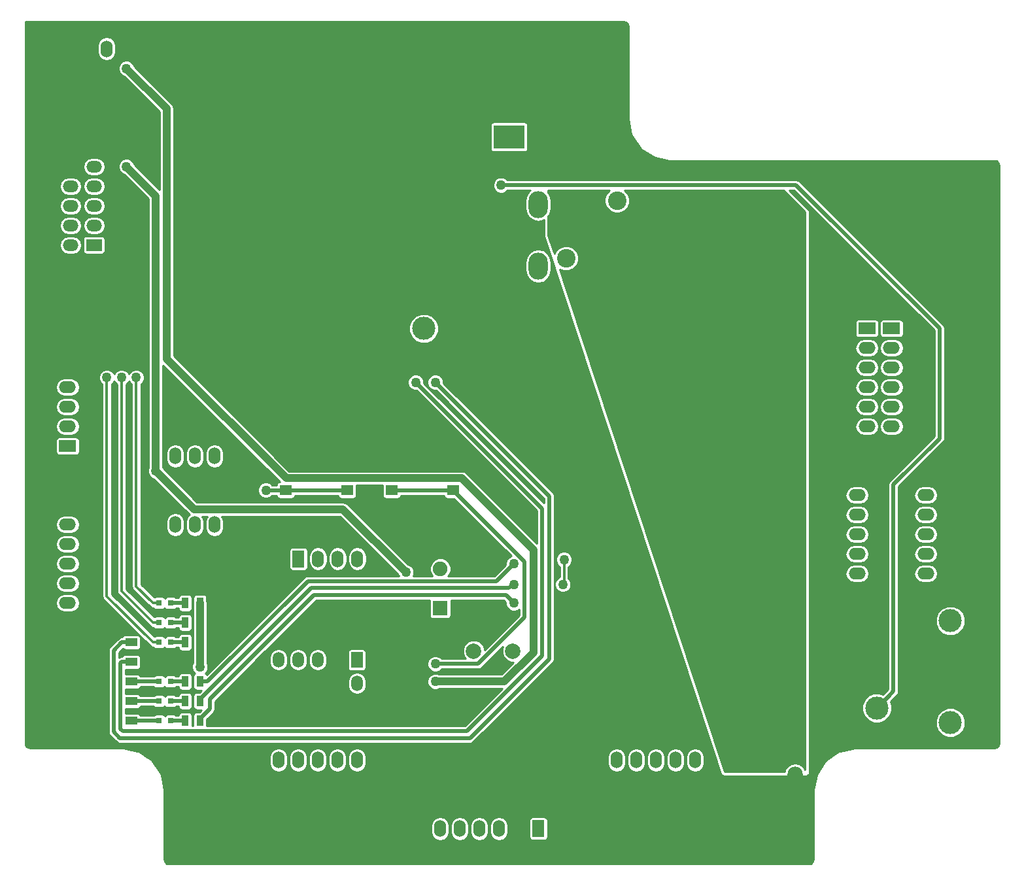
<source format=gbr>
G04 #@! TF.FileFunction,Copper,L1,Top,Signal*
%FSLAX46Y46*%
G04 Gerber Fmt 4.6, Leading zero omitted, Abs format (unit mm)*
G04 Created by KiCad (PCBNEW (2015-10-27 BZR 6284, Git 48df08c)-product) date Sun 29 Nov 2015 07:35:39 PM CET*
%MOMM*%
G01*
G04 APERTURE LIST*
%ADD10C,0.100000*%
%ADD11R,2.199640X1.524000*%
%ADD12O,2.199640X1.524000*%
%ADD13R,1.524000X2.199640*%
%ADD14O,1.524000X2.199640*%
%ADD15C,1.998980*%
%ADD16O,1.998980X4.000500*%
%ADD17O,4.000500X1.998980*%
%ADD18O,4.500880X1.998980*%
%ADD19R,1.905000X1.905000*%
%ADD20C,1.905000*%
%ADD21O,1.500000X2.000000*%
%ADD22R,1.500000X2.000000*%
%ADD23O,2.000000X1.500000*%
%ADD24R,2.000000X1.500000*%
%ADD25C,4.000000*%
%ADD26C,3.000000*%
%ADD27O,2.500000X3.500000*%
%ADD28C,2.400000*%
%ADD29R,0.797560X0.797560*%
%ADD30R,0.889000X1.397000*%
%ADD31R,1.500000X1.100000*%
%ADD32O,3.000000X4.000000*%
%ADD33C,4.064000*%
%ADD34C,1.270000*%
%ADD35C,1.000000*%
%ADD36C,0.500000*%
%ADD37C,0.300000*%
%ADD38C,0.380000*%
%ADD39C,0.254000*%
G04 APERTURE END LIST*
D10*
D11*
X179070000Y-102235000D03*
D12*
X179070000Y-104775000D03*
X179070000Y-107315000D03*
X179070000Y-109855000D03*
X179070000Y-112395000D03*
X179070000Y-114935000D03*
D11*
X170180000Y-102235000D03*
D12*
X170180000Y-104775000D03*
X170180000Y-107315000D03*
X170180000Y-109855000D03*
X170180000Y-112395000D03*
X170180000Y-114935000D03*
D13*
X92710000Y-139065000D03*
D14*
X95250000Y-139065000D03*
X97790000Y-139065000D03*
X100330000Y-139065000D03*
X102870000Y-139065000D03*
X105410000Y-139065000D03*
D15*
X125603000Y-124968000D03*
X120523000Y-124968000D03*
D16*
X162145980Y-141914880D03*
D17*
X156845000Y-145166080D03*
D18*
X156845000Y-139164060D03*
D19*
X116205000Y-119380000D03*
D20*
X116205000Y-114300000D03*
D21*
X95250000Y-126115000D03*
X95250000Y-129155000D03*
X97790000Y-129155000D03*
X97790000Y-126115000D03*
D22*
X105410000Y-126115000D03*
D21*
X105410000Y-129155000D03*
X102870000Y-126115000D03*
X102870000Y-129155000D03*
X100330000Y-126115000D03*
X100330000Y-129155000D03*
D13*
X136525000Y-139065000D03*
D14*
X139065000Y-139065000D03*
X141605000Y-139065000D03*
X144145000Y-139065000D03*
X146685000Y-139065000D03*
X149225000Y-139065000D03*
D13*
X128905000Y-147955000D03*
D14*
X126365000Y-147955000D03*
X123825000Y-147955000D03*
X121285000Y-147955000D03*
X118745000Y-147955000D03*
X116205000Y-147955000D03*
D11*
X67945000Y-106045000D03*
D12*
X67945000Y-108585000D03*
X67945000Y-111125000D03*
X67945000Y-113665000D03*
X67945000Y-116205000D03*
X67945000Y-118745000D03*
D23*
X71370000Y-62230000D03*
X68330000Y-62230000D03*
X68330000Y-64770000D03*
X71370000Y-64770000D03*
D24*
X71370000Y-72390000D03*
D23*
X68330000Y-72390000D03*
X71370000Y-69850000D03*
X68330000Y-69850000D03*
X71370000Y-67310000D03*
X68330000Y-67310000D03*
D13*
X89535000Y-108585000D03*
D14*
X86995000Y-108585000D03*
X84455000Y-108585000D03*
X81915000Y-108585000D03*
D13*
X89535000Y-99695000D03*
D14*
X86995000Y-99695000D03*
X84455000Y-99695000D03*
X81915000Y-99695000D03*
D11*
X171450000Y-83185000D03*
D12*
X171450000Y-85725000D03*
X171450000Y-88265000D03*
X171450000Y-90805000D03*
X171450000Y-93345000D03*
X171450000Y-95885000D03*
D13*
X97840800Y-113030000D03*
D14*
X100380800Y-113030000D03*
X102920800Y-113030000D03*
X105460800Y-113030000D03*
D11*
X177800000Y-83185000D03*
D12*
X177800000Y-85725000D03*
X177800000Y-88265000D03*
X177800000Y-90805000D03*
X177800000Y-93345000D03*
X177800000Y-95885000D03*
D11*
X174625000Y-83185000D03*
D12*
X174625000Y-85725000D03*
X174625000Y-88265000D03*
X174625000Y-90805000D03*
X174625000Y-93345000D03*
X174625000Y-95885000D03*
D13*
X70485000Y-46990000D03*
D14*
X73025000Y-46990000D03*
D25*
X101265000Y-83185000D03*
D26*
X108565000Y-83185000D03*
X114065000Y-83185000D03*
D10*
G36*
X123095000Y-51880000D02*
X127095000Y-51880000D01*
X127095000Y-54880000D01*
X123095000Y-54880000D01*
X123095000Y-51880000D01*
X123095000Y-51880000D01*
G37*
G36*
X123095000Y-56880000D02*
X127095000Y-56880000D01*
X127095000Y-59880000D01*
X123095000Y-59880000D01*
X123095000Y-56880000D01*
X123095000Y-56880000D01*
G37*
D11*
X67945000Y-98425000D03*
D12*
X67945000Y-95885000D03*
X67945000Y-93345000D03*
X67945000Y-90805000D03*
D27*
X128885000Y-67120000D03*
X128885000Y-75120000D03*
X131885000Y-67120000D03*
D28*
X132485000Y-74120000D03*
X139085000Y-66620000D03*
D26*
X172720000Y-132334000D03*
X172717460Y-127635000D03*
X172717460Y-122936000D03*
X182245000Y-134231380D03*
X182245000Y-121038620D03*
D29*
X81280000Y-123825000D03*
X79781400Y-123825000D03*
X81280000Y-121285000D03*
X79781400Y-121285000D03*
X81280000Y-118745000D03*
X79781400Y-118745000D03*
X81280000Y-128905000D03*
X79781400Y-128905000D03*
X81280000Y-133985000D03*
X79781400Y-133985000D03*
X81280000Y-131445000D03*
X79781400Y-131445000D03*
D30*
X83185000Y-123825000D03*
X85090000Y-123825000D03*
X83185000Y-121285000D03*
X85090000Y-121285000D03*
X83185000Y-118745000D03*
X85090000Y-118745000D03*
X83185000Y-128905000D03*
X85090000Y-128905000D03*
X83185000Y-133985000D03*
X85090000Y-133985000D03*
X83185000Y-131445000D03*
X85090000Y-131445000D03*
D31*
X67305000Y-123825000D03*
X67305000Y-126365000D03*
X67305000Y-128905000D03*
X67305000Y-131445000D03*
X76205000Y-123825000D03*
X76205000Y-126365000D03*
X76205000Y-128905000D03*
X76205000Y-131445000D03*
X76205000Y-133985000D03*
X67305000Y-133985000D03*
D10*
G36*
X110681000Y-98990000D02*
X110681000Y-100290000D01*
X109131000Y-100290000D01*
X109131000Y-98990000D01*
X110681000Y-98990000D01*
X110681000Y-98990000D01*
G37*
G36*
X110681000Y-103490000D02*
X110681000Y-104790000D01*
X109131000Y-104790000D01*
X109131000Y-103490000D01*
X110681000Y-103490000D01*
X110681000Y-103490000D01*
G37*
G36*
X118631000Y-103490000D02*
X118631000Y-104790000D01*
X117081000Y-104790000D01*
X117081000Y-103490000D01*
X118631000Y-103490000D01*
X118631000Y-103490000D01*
G37*
G36*
X118631000Y-98990000D02*
X118631000Y-100290000D01*
X117081000Y-100290000D01*
X117081000Y-98990000D01*
X118631000Y-98990000D01*
X118631000Y-98990000D01*
G37*
G36*
X96965000Y-98990000D02*
X96965000Y-100290000D01*
X95415000Y-100290000D01*
X95415000Y-98990000D01*
X96965000Y-98990000D01*
X96965000Y-98990000D01*
G37*
G36*
X96965000Y-103490000D02*
X96965000Y-104790000D01*
X95415000Y-104790000D01*
X95415000Y-103490000D01*
X96965000Y-103490000D01*
X96965000Y-103490000D01*
G37*
G36*
X104915000Y-103490000D02*
X104915000Y-104790000D01*
X103365000Y-104790000D01*
X103365000Y-103490000D01*
X104915000Y-103490000D01*
X104915000Y-103490000D01*
G37*
G36*
X104915000Y-98990000D02*
X104915000Y-100290000D01*
X103365000Y-100290000D01*
X103365000Y-98990000D01*
X104915000Y-98990000D01*
X104915000Y-98990000D01*
G37*
D32*
X130048000Y-49784000D03*
X130048000Y-61976000D03*
D33*
X65000000Y-46000000D03*
X86000000Y-140000000D03*
X167513000Y-133000000D03*
X138000000Y-46000000D03*
X186000000Y-64000000D03*
D34*
X113284000Y-123444000D03*
X133096000Y-128524000D03*
X113792000Y-113284000D03*
X82804000Y-114300000D03*
X87884000Y-118364000D03*
X128016000Y-98552000D03*
X94488000Y-97805010D03*
X70485000Y-100330000D03*
X134077781Y-119867097D03*
X139700000Y-118110000D03*
X133985000Y-112395000D03*
X136016951Y-109331142D03*
X142240000Y-113030000D03*
X140205732Y-108912713D03*
X79375000Y-101652922D03*
X111760000Y-114767491D03*
X75565000Y-62230000D03*
X115570000Y-126617491D03*
X132080000Y-116337334D03*
X132224722Y-113125885D03*
X115570000Y-128905000D03*
X75565000Y-49530000D03*
X85090000Y-127000000D03*
X125730000Y-113665000D03*
X113030000Y-90170000D03*
X115570000Y-90170000D03*
X73025000Y-89535000D03*
X74930000Y-89535000D03*
X76835000Y-89535000D03*
X124062010Y-64626010D03*
X93615569Y-104140000D03*
X125730000Y-118745000D03*
X125730000Y-116333511D03*
D35*
X79375000Y-101652922D02*
X84307257Y-106585179D01*
X111745000Y-114752491D02*
X111760000Y-114752491D01*
X84307257Y-106585179D02*
X103577688Y-106585179D01*
X103577688Y-106585179D02*
X111745000Y-114752491D01*
X79375000Y-101652922D02*
X79375000Y-66040000D01*
X79375000Y-66040000D02*
X75565000Y-62230000D01*
D36*
X79375000Y-101893273D02*
X79375000Y-101652922D01*
X109906000Y-104140000D02*
X117856000Y-104140000D01*
X121092757Y-126617491D02*
X120902491Y-126617491D01*
X120902491Y-126617491D02*
X115570000Y-126617491D01*
X117856000Y-104140000D02*
X127102491Y-113386491D01*
X127102491Y-113386491D02*
X127102491Y-120607757D01*
X127102491Y-120607757D02*
X121092757Y-126617491D01*
D37*
X132224722Y-113125885D02*
X132224722Y-116192612D01*
X132224722Y-116192612D02*
X132080000Y-116337334D01*
D35*
X80775010Y-54740010D02*
X80775010Y-87125010D01*
X75565000Y-49530000D02*
X80775010Y-54740010D01*
X80775010Y-87125010D02*
X96239990Y-102589990D01*
X96239990Y-102589990D02*
X119003798Y-102589990D01*
X119003798Y-102589990D02*
X128252501Y-111838693D01*
X128252501Y-111838693D02*
X128252501Y-125129747D01*
X128252501Y-125129747D02*
X124477248Y-128905000D01*
X124477248Y-128905000D02*
X116468025Y-128905000D01*
X116468025Y-128905000D02*
X115570000Y-128905000D01*
X85090000Y-123825000D02*
X85090000Y-127000000D01*
X85090000Y-121285000D02*
X85090000Y-123825000D01*
X85090000Y-121285000D02*
X85090000Y-118745000D01*
D36*
X123492499Y-115902501D02*
X125730000Y-113665000D01*
X99036999Y-115902501D02*
X123492499Y-115902501D01*
X85090000Y-128905000D02*
X86034500Y-128905000D01*
X86034500Y-128905000D02*
X99036999Y-115902501D01*
X76205000Y-126365000D02*
X74955000Y-126365000D01*
X74955000Y-126365000D02*
X74804999Y-126515001D01*
X74804999Y-126515001D02*
X74804999Y-135055001D01*
X74804999Y-135055001D02*
X75083499Y-135333501D01*
X75083499Y-135333501D02*
X119675105Y-135333501D01*
X129402511Y-106542511D02*
X128902510Y-106042510D01*
X128902510Y-106042510D02*
X113030000Y-90170000D01*
X119675105Y-135333501D02*
X129402511Y-125606096D01*
X129402511Y-125606096D02*
X129402511Y-106542511D01*
X76205000Y-123825000D02*
X74955000Y-123825000D01*
X74955000Y-123825000D02*
X73904990Y-124875010D01*
X73904990Y-124875010D02*
X73904990Y-135427798D01*
X73904990Y-135427798D02*
X74710703Y-136233511D01*
X74710703Y-136233511D02*
X120047902Y-136233510D01*
X130302521Y-104902521D02*
X129802519Y-104402519D01*
X120047902Y-136233510D02*
X130302521Y-125978892D01*
X130302521Y-125978892D02*
X130302521Y-104902521D01*
X129802519Y-104402519D02*
X115570000Y-90170000D01*
D38*
X73025000Y-89535000D02*
X73025000Y-117847380D01*
X73025000Y-117847380D02*
X79002620Y-123825000D01*
X79002620Y-123825000D02*
X79781400Y-123825000D01*
X74930000Y-89535000D02*
X74930000Y-117212380D01*
X74930000Y-117212380D02*
X79002620Y-121285000D01*
X79002620Y-121285000D02*
X79781400Y-121285000D01*
X76835000Y-89535000D02*
X76835000Y-116577380D01*
X76835000Y-116577380D02*
X79002620Y-118745000D01*
X79002620Y-118745000D02*
X79781400Y-118745000D01*
D36*
X180819830Y-83173008D02*
X162272832Y-64626010D01*
X162272832Y-64626010D02*
X124062010Y-64626010D01*
X174219999Y-130834001D02*
X172720000Y-132334000D01*
X180819830Y-83173008D02*
X180819830Y-97453348D01*
X180819830Y-97453348D02*
X174867461Y-103405717D01*
X174867461Y-103405717D02*
X174867461Y-130186539D01*
X174867461Y-130186539D02*
X174219999Y-130834001D01*
X96190000Y-104140000D02*
X104140000Y-104140000D01*
X93615569Y-104140000D02*
X96190000Y-104140000D01*
X124687521Y-117702521D02*
X125730000Y-118745000D01*
X85090000Y-133985000D02*
X85090000Y-133731000D01*
X85090000Y-133731000D02*
X86360000Y-132461000D01*
X99851285Y-117702521D02*
X124687521Y-117702521D01*
X86360000Y-132461000D02*
X86360000Y-131193806D01*
X86360000Y-131193806D02*
X99851285Y-117702521D01*
X125060317Y-116802511D02*
X125529317Y-116333511D01*
X125529317Y-116333511D02*
X125730000Y-116333511D01*
X99478489Y-116802511D02*
X125060317Y-116802511D01*
X85090000Y-131445000D02*
X85090000Y-131191000D01*
X85090000Y-131191000D02*
X99478489Y-116802511D01*
X81280000Y-123825000D02*
X83185000Y-123825000D01*
X81280000Y-121285000D02*
X83185000Y-121285000D01*
X81280000Y-118745000D02*
X83185000Y-118745000D01*
X81280000Y-128905000D02*
X83185000Y-128905000D01*
X76205000Y-128905000D02*
X79781400Y-128905000D01*
X81280000Y-133985000D02*
X83185000Y-133985000D01*
X76205000Y-133985000D02*
X79781400Y-133985000D01*
X81280000Y-131445000D02*
X83185000Y-131445000D01*
X76205000Y-131445000D02*
X79781400Y-131445000D01*
D39*
G36*
X140196568Y-43525445D02*
X140363209Y-43636791D01*
X140474555Y-43803432D01*
X140523000Y-44046982D01*
X140523000Y-56000000D01*
X140532165Y-56046076D01*
X140532165Y-56093058D01*
X140912767Y-58006475D01*
X140983991Y-58178424D01*
X142067855Y-59800541D01*
X142199459Y-59932146D01*
X142199463Y-59932148D01*
X143821576Y-61016009D01*
X143993525Y-61087233D01*
X145906942Y-61467835D01*
X145953924Y-61467835D01*
X146000000Y-61477000D01*
X187953018Y-61477000D01*
X188196568Y-61525445D01*
X188363209Y-61636791D01*
X188474555Y-61803432D01*
X188523000Y-62046982D01*
X188523000Y-136953018D01*
X188474555Y-137196568D01*
X188363209Y-137363209D01*
X188196568Y-137474555D01*
X187953018Y-137523000D01*
X170000000Y-137523000D01*
X169953924Y-137532165D01*
X169906942Y-137532165D01*
X167993525Y-137912767D01*
X167821576Y-137983991D01*
X166199463Y-139067852D01*
X166199459Y-139067854D01*
X166067855Y-139199459D01*
X164983991Y-140821576D01*
X164912767Y-140993525D01*
X164532165Y-142906942D01*
X164532165Y-142953924D01*
X164523000Y-143000000D01*
X164523000Y-151953018D01*
X164474555Y-152196568D01*
X164363209Y-152363209D01*
X164196568Y-152474555D01*
X163953018Y-152523000D01*
X81046982Y-152523000D01*
X80803432Y-152474555D01*
X80636791Y-152363209D01*
X80525445Y-152196568D01*
X80477000Y-151953018D01*
X80477000Y-147587268D01*
X115016000Y-147587268D01*
X115016000Y-148322732D01*
X115106507Y-148777743D01*
X115364250Y-149163482D01*
X115749989Y-149421225D01*
X116205000Y-149511732D01*
X116660011Y-149421225D01*
X117045750Y-149163482D01*
X117303493Y-148777743D01*
X117394000Y-148322732D01*
X117394000Y-147587268D01*
X117556000Y-147587268D01*
X117556000Y-148322732D01*
X117646507Y-148777743D01*
X117904250Y-149163482D01*
X118289989Y-149421225D01*
X118745000Y-149511732D01*
X119200011Y-149421225D01*
X119585750Y-149163482D01*
X119843493Y-148777743D01*
X119934000Y-148322732D01*
X119934000Y-147587268D01*
X120096000Y-147587268D01*
X120096000Y-148322732D01*
X120186507Y-148777743D01*
X120444250Y-149163482D01*
X120829989Y-149421225D01*
X121285000Y-149511732D01*
X121740011Y-149421225D01*
X122125750Y-149163482D01*
X122383493Y-148777743D01*
X122474000Y-148322732D01*
X122474000Y-147587268D01*
X122636000Y-147587268D01*
X122636000Y-148322732D01*
X122726507Y-148777743D01*
X122984250Y-149163482D01*
X123369989Y-149421225D01*
X123825000Y-149511732D01*
X124280011Y-149421225D01*
X124665750Y-149163482D01*
X124923493Y-148777743D01*
X125014000Y-148322732D01*
X125014000Y-147587268D01*
X124923493Y-147132257D01*
X124738356Y-146855180D01*
X127707635Y-146855180D01*
X127707635Y-149054820D01*
X127737409Y-149213057D01*
X127830927Y-149358387D01*
X127973619Y-149455884D01*
X128143000Y-149490185D01*
X129667000Y-149490185D01*
X129825237Y-149460411D01*
X129970567Y-149366893D01*
X130068064Y-149224201D01*
X130102365Y-149054820D01*
X130102365Y-146855180D01*
X130072591Y-146696943D01*
X129979073Y-146551613D01*
X129836381Y-146454116D01*
X129667000Y-146419815D01*
X128143000Y-146419815D01*
X127984763Y-146449589D01*
X127839433Y-146543107D01*
X127741936Y-146685799D01*
X127707635Y-146855180D01*
X124738356Y-146855180D01*
X124665750Y-146746518D01*
X124280011Y-146488775D01*
X123825000Y-146398268D01*
X123369989Y-146488775D01*
X122984250Y-146746518D01*
X122726507Y-147132257D01*
X122636000Y-147587268D01*
X122474000Y-147587268D01*
X122383493Y-147132257D01*
X122125750Y-146746518D01*
X121740011Y-146488775D01*
X121285000Y-146398268D01*
X120829989Y-146488775D01*
X120444250Y-146746518D01*
X120186507Y-147132257D01*
X120096000Y-147587268D01*
X119934000Y-147587268D01*
X119843493Y-147132257D01*
X119585750Y-146746518D01*
X119200011Y-146488775D01*
X118745000Y-146398268D01*
X118289989Y-146488775D01*
X117904250Y-146746518D01*
X117646507Y-147132257D01*
X117556000Y-147587268D01*
X117394000Y-147587268D01*
X117303493Y-147132257D01*
X117045750Y-146746518D01*
X116660011Y-146488775D01*
X116205000Y-146398268D01*
X115749989Y-146488775D01*
X115364250Y-146746518D01*
X115106507Y-147132257D01*
X115016000Y-147587268D01*
X80477000Y-147587268D01*
X80477000Y-143000000D01*
X80467835Y-142953924D01*
X80467835Y-142906942D01*
X80087233Y-140993525D01*
X80016009Y-140821576D01*
X78932148Y-139199463D01*
X78932146Y-139199459D01*
X78800541Y-139067855D01*
X78245919Y-138697268D01*
X94061000Y-138697268D01*
X94061000Y-139432732D01*
X94151507Y-139887743D01*
X94409250Y-140273482D01*
X94794989Y-140531225D01*
X95250000Y-140621732D01*
X95705011Y-140531225D01*
X96090750Y-140273482D01*
X96348493Y-139887743D01*
X96439000Y-139432732D01*
X96439000Y-138697268D01*
X96601000Y-138697268D01*
X96601000Y-139432732D01*
X96691507Y-139887743D01*
X96949250Y-140273482D01*
X97334989Y-140531225D01*
X97790000Y-140621732D01*
X98245011Y-140531225D01*
X98630750Y-140273482D01*
X98888493Y-139887743D01*
X98979000Y-139432732D01*
X98979000Y-138697268D01*
X99141000Y-138697268D01*
X99141000Y-139432732D01*
X99231507Y-139887743D01*
X99489250Y-140273482D01*
X99874989Y-140531225D01*
X100330000Y-140621732D01*
X100785011Y-140531225D01*
X101170750Y-140273482D01*
X101428493Y-139887743D01*
X101519000Y-139432732D01*
X101519000Y-138697268D01*
X101681000Y-138697268D01*
X101681000Y-139432732D01*
X101771507Y-139887743D01*
X102029250Y-140273482D01*
X102414989Y-140531225D01*
X102870000Y-140621732D01*
X103325011Y-140531225D01*
X103710750Y-140273482D01*
X103968493Y-139887743D01*
X104059000Y-139432732D01*
X104059000Y-138697268D01*
X104221000Y-138697268D01*
X104221000Y-139432732D01*
X104311507Y-139887743D01*
X104569250Y-140273482D01*
X104954989Y-140531225D01*
X105410000Y-140621732D01*
X105865011Y-140531225D01*
X106250750Y-140273482D01*
X106508493Y-139887743D01*
X106599000Y-139432732D01*
X106599000Y-138697268D01*
X137876000Y-138697268D01*
X137876000Y-139432732D01*
X137966507Y-139887743D01*
X138224250Y-140273482D01*
X138609989Y-140531225D01*
X139065000Y-140621732D01*
X139520011Y-140531225D01*
X139905750Y-140273482D01*
X140163493Y-139887743D01*
X140254000Y-139432732D01*
X140254000Y-138697268D01*
X140416000Y-138697268D01*
X140416000Y-139432732D01*
X140506507Y-139887743D01*
X140764250Y-140273482D01*
X141149989Y-140531225D01*
X141605000Y-140621732D01*
X142060011Y-140531225D01*
X142445750Y-140273482D01*
X142703493Y-139887743D01*
X142794000Y-139432732D01*
X142794000Y-138697268D01*
X142956000Y-138697268D01*
X142956000Y-139432732D01*
X143046507Y-139887743D01*
X143304250Y-140273482D01*
X143689989Y-140531225D01*
X144145000Y-140621732D01*
X144600011Y-140531225D01*
X144985750Y-140273482D01*
X145243493Y-139887743D01*
X145334000Y-139432732D01*
X145334000Y-138697268D01*
X145496000Y-138697268D01*
X145496000Y-139432732D01*
X145586507Y-139887743D01*
X145844250Y-140273482D01*
X146229989Y-140531225D01*
X146685000Y-140621732D01*
X147140011Y-140531225D01*
X147525750Y-140273482D01*
X147783493Y-139887743D01*
X147874000Y-139432732D01*
X147874000Y-138697268D01*
X148036000Y-138697268D01*
X148036000Y-139432732D01*
X148126507Y-139887743D01*
X148384250Y-140273482D01*
X148769989Y-140531225D01*
X149225000Y-140621732D01*
X149680011Y-140531225D01*
X150065750Y-140273482D01*
X150323493Y-139887743D01*
X150414000Y-139432732D01*
X150414000Y-138697268D01*
X150323493Y-138242257D01*
X150065750Y-137856518D01*
X149680011Y-137598775D01*
X149225000Y-137508268D01*
X148769989Y-137598775D01*
X148384250Y-137856518D01*
X148126507Y-138242257D01*
X148036000Y-138697268D01*
X147874000Y-138697268D01*
X147783493Y-138242257D01*
X147525750Y-137856518D01*
X147140011Y-137598775D01*
X146685000Y-137508268D01*
X146229989Y-137598775D01*
X145844250Y-137856518D01*
X145586507Y-138242257D01*
X145496000Y-138697268D01*
X145334000Y-138697268D01*
X145243493Y-138242257D01*
X144985750Y-137856518D01*
X144600011Y-137598775D01*
X144145000Y-137508268D01*
X143689989Y-137598775D01*
X143304250Y-137856518D01*
X143046507Y-138242257D01*
X142956000Y-138697268D01*
X142794000Y-138697268D01*
X142703493Y-138242257D01*
X142445750Y-137856518D01*
X142060011Y-137598775D01*
X141605000Y-137508268D01*
X141149989Y-137598775D01*
X140764250Y-137856518D01*
X140506507Y-138242257D01*
X140416000Y-138697268D01*
X140254000Y-138697268D01*
X140163493Y-138242257D01*
X139905750Y-137856518D01*
X139520011Y-137598775D01*
X139065000Y-137508268D01*
X138609989Y-137598775D01*
X138224250Y-137856518D01*
X137966507Y-138242257D01*
X137876000Y-138697268D01*
X106599000Y-138697268D01*
X106508493Y-138242257D01*
X106250750Y-137856518D01*
X105865011Y-137598775D01*
X105410000Y-137508268D01*
X104954989Y-137598775D01*
X104569250Y-137856518D01*
X104311507Y-138242257D01*
X104221000Y-138697268D01*
X104059000Y-138697268D01*
X103968493Y-138242257D01*
X103710750Y-137856518D01*
X103325011Y-137598775D01*
X102870000Y-137508268D01*
X102414989Y-137598775D01*
X102029250Y-137856518D01*
X101771507Y-138242257D01*
X101681000Y-138697268D01*
X101519000Y-138697268D01*
X101428493Y-138242257D01*
X101170750Y-137856518D01*
X100785011Y-137598775D01*
X100330000Y-137508268D01*
X99874989Y-137598775D01*
X99489250Y-137856518D01*
X99231507Y-138242257D01*
X99141000Y-138697268D01*
X98979000Y-138697268D01*
X98888493Y-138242257D01*
X98630750Y-137856518D01*
X98245011Y-137598775D01*
X97790000Y-137508268D01*
X97334989Y-137598775D01*
X96949250Y-137856518D01*
X96691507Y-138242257D01*
X96601000Y-138697268D01*
X96439000Y-138697268D01*
X96348493Y-138242257D01*
X96090750Y-137856518D01*
X95705011Y-137598775D01*
X95250000Y-137508268D01*
X94794989Y-137598775D01*
X94409250Y-137856518D01*
X94151507Y-138242257D01*
X94061000Y-138697268D01*
X78245919Y-138697268D01*
X77178424Y-137983991D01*
X77006475Y-137912767D01*
X75093058Y-137532165D01*
X75046076Y-137532165D01*
X75000000Y-137523000D01*
X63046982Y-137523000D01*
X62803432Y-137474555D01*
X62636791Y-137363209D01*
X62525445Y-137196568D01*
X62477000Y-136953018D01*
X62477000Y-124875010D01*
X73227990Y-124875010D01*
X73227990Y-135427798D01*
X73279524Y-135686875D01*
X73363272Y-135812212D01*
X73426279Y-135906509D01*
X74231992Y-136712222D01*
X74451626Y-136858977D01*
X74710703Y-136910511D01*
X120047902Y-136910510D01*
X120306979Y-136858976D01*
X120526613Y-136712221D01*
X130781233Y-126457603D01*
X130927988Y-126237968D01*
X130979521Y-125978892D01*
X130979521Y-116547652D01*
X131017816Y-116547652D01*
X131179155Y-116938123D01*
X131477640Y-117237129D01*
X131867828Y-117399149D01*
X132290318Y-117399518D01*
X132680789Y-117238179D01*
X132979795Y-116939694D01*
X133141815Y-116549506D01*
X133142184Y-116127016D01*
X132980845Y-115736545D01*
X132801722Y-115557109D01*
X132801722Y-114036559D01*
X132825511Y-114026730D01*
X133124517Y-113728245D01*
X133286537Y-113338057D01*
X133286906Y-112915567D01*
X133125567Y-112525096D01*
X132827082Y-112226090D01*
X132436894Y-112064070D01*
X132014404Y-112063701D01*
X131623933Y-112225040D01*
X131324927Y-112523525D01*
X131162907Y-112913713D01*
X131162538Y-113336203D01*
X131323877Y-113726674D01*
X131622362Y-114025680D01*
X131647722Y-114036210D01*
X131647722Y-115366862D01*
X131479211Y-115436489D01*
X131180205Y-115734974D01*
X131018185Y-116125162D01*
X131017816Y-116547652D01*
X130979521Y-116547652D01*
X130979521Y-104902521D01*
X130957139Y-104790000D01*
X130927988Y-104643445D01*
X130781233Y-104423810D01*
X130281232Y-103923810D01*
X130281230Y-103923807D01*
X116631909Y-90274487D01*
X116632184Y-89959682D01*
X116470845Y-89569211D01*
X116172360Y-89270205D01*
X115782172Y-89108185D01*
X115359682Y-89107816D01*
X114969211Y-89269155D01*
X114670205Y-89567640D01*
X114508185Y-89957828D01*
X114507816Y-90380318D01*
X114669155Y-90770789D01*
X114967640Y-91069795D01*
X115357828Y-91231815D01*
X115674670Y-91232092D01*
X129323807Y-104881230D01*
X129323810Y-104881232D01*
X129625521Y-105182944D01*
X129625521Y-105808099D01*
X114091909Y-90274487D01*
X114092184Y-89959682D01*
X113930845Y-89569211D01*
X113632360Y-89270205D01*
X113242172Y-89108185D01*
X112819682Y-89107816D01*
X112429211Y-89269155D01*
X112130205Y-89567640D01*
X111968185Y-89957828D01*
X111967816Y-90380318D01*
X112129155Y-90770789D01*
X112427640Y-91069795D01*
X112817828Y-91231815D01*
X113134670Y-91232092D01*
X128725511Y-106822933D01*
X128725511Y-111000727D01*
X119659286Y-101934502D01*
X119597582Y-101893273D01*
X119358546Y-101733554D01*
X119003798Y-101662990D01*
X96623966Y-101662990D01*
X81702010Y-86741034D01*
X81702010Y-83566622D01*
X112137666Y-83566622D01*
X112430416Y-84275132D01*
X112972017Y-84817678D01*
X113680014Y-85111665D01*
X114446622Y-85112334D01*
X115155132Y-84819584D01*
X115697678Y-84277983D01*
X115991665Y-83569986D01*
X115992334Y-82803378D01*
X115699584Y-82094868D01*
X115157983Y-81552322D01*
X114449986Y-81258335D01*
X113683378Y-81257666D01*
X112974868Y-81550416D01*
X112432322Y-82092017D01*
X112138335Y-82800014D01*
X112137666Y-83566622D01*
X81702010Y-83566622D01*
X81702010Y-74577350D01*
X127208000Y-74577350D01*
X127208000Y-75662650D01*
X127335654Y-76304410D01*
X127699182Y-76848468D01*
X128243240Y-77211996D01*
X128885000Y-77339650D01*
X129526760Y-77211996D01*
X130070818Y-76848468D01*
X130434346Y-76304410D01*
X130562000Y-75662650D01*
X130562000Y-74577350D01*
X130434346Y-73935590D01*
X130070818Y-73391532D01*
X129526760Y-73028004D01*
X128885000Y-72900350D01*
X128243240Y-73028004D01*
X127699182Y-73391532D01*
X127335654Y-73935590D01*
X127208000Y-74577350D01*
X81702010Y-74577350D01*
X81702010Y-64836328D01*
X122999826Y-64836328D01*
X123161165Y-65226799D01*
X123459650Y-65525805D01*
X123849838Y-65687825D01*
X124272328Y-65688194D01*
X124662799Y-65526855D01*
X124887035Y-65303010D01*
X127831665Y-65303010D01*
X127699182Y-65391532D01*
X127335654Y-65935590D01*
X127208000Y-66577350D01*
X127208000Y-67662650D01*
X127335654Y-68304410D01*
X127699182Y-68848468D01*
X128243240Y-69211996D01*
X128885000Y-69339650D01*
X129526760Y-69211996D01*
X129621000Y-69149027D01*
X129621000Y-71120000D01*
X129642324Y-71253251D01*
X152502324Y-140849251D01*
X152601923Y-141013735D01*
X152741873Y-141109358D01*
X152908000Y-141143000D01*
X163576000Y-141143000D01*
X163731196Y-141113798D01*
X163873735Y-141022077D01*
X163969358Y-140882127D01*
X164003000Y-140716000D01*
X164003000Y-134613002D01*
X180317666Y-134613002D01*
X180610416Y-135321512D01*
X181152017Y-135864058D01*
X181860014Y-136158045D01*
X182626622Y-136158714D01*
X183335132Y-135865964D01*
X183877678Y-135324363D01*
X184171665Y-134616366D01*
X184172334Y-133849758D01*
X183879584Y-133141248D01*
X183337983Y-132598702D01*
X182629986Y-132304715D01*
X181863378Y-132304046D01*
X181154868Y-132596796D01*
X180612322Y-133138397D01*
X180318335Y-133846394D01*
X180317666Y-134613002D01*
X164003000Y-134613002D01*
X164003000Y-114935000D01*
X168623268Y-114935000D01*
X168713775Y-115390011D01*
X168971518Y-115775750D01*
X169357257Y-116033493D01*
X169812268Y-116124000D01*
X170547732Y-116124000D01*
X171002743Y-116033493D01*
X171388482Y-115775750D01*
X171646225Y-115390011D01*
X171736732Y-114935000D01*
X171646225Y-114479989D01*
X171388482Y-114094250D01*
X171002743Y-113836507D01*
X170547732Y-113746000D01*
X169812268Y-113746000D01*
X169357257Y-113836507D01*
X168971518Y-114094250D01*
X168713775Y-114479989D01*
X168623268Y-114935000D01*
X164003000Y-114935000D01*
X164003000Y-112395000D01*
X168623268Y-112395000D01*
X168713775Y-112850011D01*
X168971518Y-113235750D01*
X169357257Y-113493493D01*
X169812268Y-113584000D01*
X170547732Y-113584000D01*
X171002743Y-113493493D01*
X171388482Y-113235750D01*
X171646225Y-112850011D01*
X171736732Y-112395000D01*
X171646225Y-111939989D01*
X171388482Y-111554250D01*
X171002743Y-111296507D01*
X170547732Y-111206000D01*
X169812268Y-111206000D01*
X169357257Y-111296507D01*
X168971518Y-111554250D01*
X168713775Y-111939989D01*
X168623268Y-112395000D01*
X164003000Y-112395000D01*
X164003000Y-109855000D01*
X168623268Y-109855000D01*
X168713775Y-110310011D01*
X168971518Y-110695750D01*
X169357257Y-110953493D01*
X169812268Y-111044000D01*
X170547732Y-111044000D01*
X171002743Y-110953493D01*
X171388482Y-110695750D01*
X171646225Y-110310011D01*
X171736732Y-109855000D01*
X171646225Y-109399989D01*
X171388482Y-109014250D01*
X171002743Y-108756507D01*
X170547732Y-108666000D01*
X169812268Y-108666000D01*
X169357257Y-108756507D01*
X168971518Y-109014250D01*
X168713775Y-109399989D01*
X168623268Y-109855000D01*
X164003000Y-109855000D01*
X164003000Y-107315000D01*
X168623268Y-107315000D01*
X168713775Y-107770011D01*
X168971518Y-108155750D01*
X169357257Y-108413493D01*
X169812268Y-108504000D01*
X170547732Y-108504000D01*
X171002743Y-108413493D01*
X171388482Y-108155750D01*
X171646225Y-107770011D01*
X171736732Y-107315000D01*
X171646225Y-106859989D01*
X171388482Y-106474250D01*
X171002743Y-106216507D01*
X170547732Y-106126000D01*
X169812268Y-106126000D01*
X169357257Y-106216507D01*
X168971518Y-106474250D01*
X168713775Y-106859989D01*
X168623268Y-107315000D01*
X164003000Y-107315000D01*
X164003000Y-104775000D01*
X168623268Y-104775000D01*
X168713775Y-105230011D01*
X168971518Y-105615750D01*
X169357257Y-105873493D01*
X169812268Y-105964000D01*
X170547732Y-105964000D01*
X171002743Y-105873493D01*
X171388482Y-105615750D01*
X171646225Y-105230011D01*
X171736732Y-104775000D01*
X171646225Y-104319989D01*
X171388482Y-103934250D01*
X171002743Y-103676507D01*
X170547732Y-103586000D01*
X169812268Y-103586000D01*
X169357257Y-103676507D01*
X168971518Y-103934250D01*
X168713775Y-104319989D01*
X168623268Y-104775000D01*
X164003000Y-104775000D01*
X164003000Y-95885000D01*
X169893268Y-95885000D01*
X169983775Y-96340011D01*
X170241518Y-96725750D01*
X170627257Y-96983493D01*
X171082268Y-97074000D01*
X171817732Y-97074000D01*
X172272743Y-96983493D01*
X172658482Y-96725750D01*
X172916225Y-96340011D01*
X173006732Y-95885000D01*
X173068268Y-95885000D01*
X173158775Y-96340011D01*
X173416518Y-96725750D01*
X173802257Y-96983493D01*
X174257268Y-97074000D01*
X174992732Y-97074000D01*
X175447743Y-96983493D01*
X175833482Y-96725750D01*
X176091225Y-96340011D01*
X176181732Y-95885000D01*
X176091225Y-95429989D01*
X175833482Y-95044250D01*
X175447743Y-94786507D01*
X174992732Y-94696000D01*
X174257268Y-94696000D01*
X173802257Y-94786507D01*
X173416518Y-95044250D01*
X173158775Y-95429989D01*
X173068268Y-95885000D01*
X173006732Y-95885000D01*
X172916225Y-95429989D01*
X172658482Y-95044250D01*
X172272743Y-94786507D01*
X171817732Y-94696000D01*
X171082268Y-94696000D01*
X170627257Y-94786507D01*
X170241518Y-95044250D01*
X169983775Y-95429989D01*
X169893268Y-95885000D01*
X164003000Y-95885000D01*
X164003000Y-93345000D01*
X169893268Y-93345000D01*
X169983775Y-93800011D01*
X170241518Y-94185750D01*
X170627257Y-94443493D01*
X171082268Y-94534000D01*
X171817732Y-94534000D01*
X172272743Y-94443493D01*
X172658482Y-94185750D01*
X172916225Y-93800011D01*
X173006732Y-93345000D01*
X173068268Y-93345000D01*
X173158775Y-93800011D01*
X173416518Y-94185750D01*
X173802257Y-94443493D01*
X174257268Y-94534000D01*
X174992732Y-94534000D01*
X175447743Y-94443493D01*
X175833482Y-94185750D01*
X176091225Y-93800011D01*
X176181732Y-93345000D01*
X176091225Y-92889989D01*
X175833482Y-92504250D01*
X175447743Y-92246507D01*
X174992732Y-92156000D01*
X174257268Y-92156000D01*
X173802257Y-92246507D01*
X173416518Y-92504250D01*
X173158775Y-92889989D01*
X173068268Y-93345000D01*
X173006732Y-93345000D01*
X172916225Y-92889989D01*
X172658482Y-92504250D01*
X172272743Y-92246507D01*
X171817732Y-92156000D01*
X171082268Y-92156000D01*
X170627257Y-92246507D01*
X170241518Y-92504250D01*
X169983775Y-92889989D01*
X169893268Y-93345000D01*
X164003000Y-93345000D01*
X164003000Y-90805000D01*
X169893268Y-90805000D01*
X169983775Y-91260011D01*
X170241518Y-91645750D01*
X170627257Y-91903493D01*
X171082268Y-91994000D01*
X171817732Y-91994000D01*
X172272743Y-91903493D01*
X172658482Y-91645750D01*
X172916225Y-91260011D01*
X173006732Y-90805000D01*
X173068268Y-90805000D01*
X173158775Y-91260011D01*
X173416518Y-91645750D01*
X173802257Y-91903493D01*
X174257268Y-91994000D01*
X174992732Y-91994000D01*
X175447743Y-91903493D01*
X175833482Y-91645750D01*
X176091225Y-91260011D01*
X176181732Y-90805000D01*
X176091225Y-90349989D01*
X175833482Y-89964250D01*
X175447743Y-89706507D01*
X174992732Y-89616000D01*
X174257268Y-89616000D01*
X173802257Y-89706507D01*
X173416518Y-89964250D01*
X173158775Y-90349989D01*
X173068268Y-90805000D01*
X173006732Y-90805000D01*
X172916225Y-90349989D01*
X172658482Y-89964250D01*
X172272743Y-89706507D01*
X171817732Y-89616000D01*
X171082268Y-89616000D01*
X170627257Y-89706507D01*
X170241518Y-89964250D01*
X169983775Y-90349989D01*
X169893268Y-90805000D01*
X164003000Y-90805000D01*
X164003000Y-88265000D01*
X169893268Y-88265000D01*
X169983775Y-88720011D01*
X170241518Y-89105750D01*
X170627257Y-89363493D01*
X171082268Y-89454000D01*
X171817732Y-89454000D01*
X172272743Y-89363493D01*
X172658482Y-89105750D01*
X172916225Y-88720011D01*
X173006732Y-88265000D01*
X173068268Y-88265000D01*
X173158775Y-88720011D01*
X173416518Y-89105750D01*
X173802257Y-89363493D01*
X174257268Y-89454000D01*
X174992732Y-89454000D01*
X175447743Y-89363493D01*
X175833482Y-89105750D01*
X176091225Y-88720011D01*
X176181732Y-88265000D01*
X176091225Y-87809989D01*
X175833482Y-87424250D01*
X175447743Y-87166507D01*
X174992732Y-87076000D01*
X174257268Y-87076000D01*
X173802257Y-87166507D01*
X173416518Y-87424250D01*
X173158775Y-87809989D01*
X173068268Y-88265000D01*
X173006732Y-88265000D01*
X172916225Y-87809989D01*
X172658482Y-87424250D01*
X172272743Y-87166507D01*
X171817732Y-87076000D01*
X171082268Y-87076000D01*
X170627257Y-87166507D01*
X170241518Y-87424250D01*
X169983775Y-87809989D01*
X169893268Y-88265000D01*
X164003000Y-88265000D01*
X164003000Y-85725000D01*
X169893268Y-85725000D01*
X169983775Y-86180011D01*
X170241518Y-86565750D01*
X170627257Y-86823493D01*
X171082268Y-86914000D01*
X171817732Y-86914000D01*
X172272743Y-86823493D01*
X172658482Y-86565750D01*
X172916225Y-86180011D01*
X173006732Y-85725000D01*
X173068268Y-85725000D01*
X173158775Y-86180011D01*
X173416518Y-86565750D01*
X173802257Y-86823493D01*
X174257268Y-86914000D01*
X174992732Y-86914000D01*
X175447743Y-86823493D01*
X175833482Y-86565750D01*
X176091225Y-86180011D01*
X176181732Y-85725000D01*
X176091225Y-85269989D01*
X175833482Y-84884250D01*
X175447743Y-84626507D01*
X174992732Y-84536000D01*
X174257268Y-84536000D01*
X173802257Y-84626507D01*
X173416518Y-84884250D01*
X173158775Y-85269989D01*
X173068268Y-85725000D01*
X173006732Y-85725000D01*
X172916225Y-85269989D01*
X172658482Y-84884250D01*
X172272743Y-84626507D01*
X171817732Y-84536000D01*
X171082268Y-84536000D01*
X170627257Y-84626507D01*
X170241518Y-84884250D01*
X169983775Y-85269989D01*
X169893268Y-85725000D01*
X164003000Y-85725000D01*
X164003000Y-82423000D01*
X169914815Y-82423000D01*
X169914815Y-83947000D01*
X169944589Y-84105237D01*
X170038107Y-84250567D01*
X170180799Y-84348064D01*
X170350180Y-84382365D01*
X172549820Y-84382365D01*
X172708057Y-84352591D01*
X172853387Y-84259073D01*
X172950884Y-84116381D01*
X172985185Y-83947000D01*
X172985185Y-82423000D01*
X173089815Y-82423000D01*
X173089815Y-83947000D01*
X173119589Y-84105237D01*
X173213107Y-84250567D01*
X173355799Y-84348064D01*
X173525180Y-84382365D01*
X175724820Y-84382365D01*
X175883057Y-84352591D01*
X176028387Y-84259073D01*
X176125884Y-84116381D01*
X176160185Y-83947000D01*
X176160185Y-82423000D01*
X176130411Y-82264763D01*
X176036893Y-82119433D01*
X175894201Y-82021936D01*
X175724820Y-81987635D01*
X173525180Y-81987635D01*
X173366943Y-82017409D01*
X173221613Y-82110927D01*
X173124116Y-82253619D01*
X173089815Y-82423000D01*
X172985185Y-82423000D01*
X172955411Y-82264763D01*
X172861893Y-82119433D01*
X172719201Y-82021936D01*
X172549820Y-81987635D01*
X170350180Y-81987635D01*
X170191943Y-82017409D01*
X170046613Y-82110927D01*
X169949116Y-82253619D01*
X169914815Y-82423000D01*
X164003000Y-82423000D01*
X164003000Y-68072000D01*
X163971616Y-67911323D01*
X163877935Y-67770065D01*
X161410880Y-65303010D01*
X161992410Y-65303010D01*
X180142830Y-83453430D01*
X180142830Y-97172926D01*
X174388750Y-102927006D01*
X174241995Y-103146640D01*
X174190461Y-103405717D01*
X174190461Y-129906116D01*
X173741288Y-130355290D01*
X173517819Y-130578759D01*
X173104986Y-130407335D01*
X172338378Y-130406666D01*
X171629868Y-130699416D01*
X171087322Y-131241017D01*
X170793335Y-131949014D01*
X170792666Y-132715622D01*
X171085416Y-133424132D01*
X171627017Y-133966678D01*
X172335014Y-134260665D01*
X173101622Y-134261334D01*
X173810132Y-133968584D01*
X174352678Y-133426983D01*
X174646665Y-132718986D01*
X174647334Y-131952378D01*
X174475329Y-131536093D01*
X174698710Y-131312712D01*
X175346173Y-130665250D01*
X175492928Y-130445615D01*
X175544461Y-130186539D01*
X175544461Y-121420242D01*
X180317666Y-121420242D01*
X180610416Y-122128752D01*
X181152017Y-122671298D01*
X181860014Y-122965285D01*
X182626622Y-122965954D01*
X183335132Y-122673204D01*
X183877678Y-122131603D01*
X184171665Y-121423606D01*
X184172334Y-120656998D01*
X183879584Y-119948488D01*
X183337983Y-119405942D01*
X182629986Y-119111955D01*
X181863378Y-119111286D01*
X181154868Y-119404036D01*
X180612322Y-119945637D01*
X180318335Y-120653634D01*
X180317666Y-121420242D01*
X175544461Y-121420242D01*
X175544461Y-114935000D01*
X177513268Y-114935000D01*
X177603775Y-115390011D01*
X177861518Y-115775750D01*
X178247257Y-116033493D01*
X178702268Y-116124000D01*
X179437732Y-116124000D01*
X179892743Y-116033493D01*
X180278482Y-115775750D01*
X180536225Y-115390011D01*
X180626732Y-114935000D01*
X180536225Y-114479989D01*
X180278482Y-114094250D01*
X179892743Y-113836507D01*
X179437732Y-113746000D01*
X178702268Y-113746000D01*
X178247257Y-113836507D01*
X177861518Y-114094250D01*
X177603775Y-114479989D01*
X177513268Y-114935000D01*
X175544461Y-114935000D01*
X175544461Y-112395000D01*
X177513268Y-112395000D01*
X177603775Y-112850011D01*
X177861518Y-113235750D01*
X178247257Y-113493493D01*
X178702268Y-113584000D01*
X179437732Y-113584000D01*
X179892743Y-113493493D01*
X180278482Y-113235750D01*
X180536225Y-112850011D01*
X180626732Y-112395000D01*
X180536225Y-111939989D01*
X180278482Y-111554250D01*
X179892743Y-111296507D01*
X179437732Y-111206000D01*
X178702268Y-111206000D01*
X178247257Y-111296507D01*
X177861518Y-111554250D01*
X177603775Y-111939989D01*
X177513268Y-112395000D01*
X175544461Y-112395000D01*
X175544461Y-109855000D01*
X177513268Y-109855000D01*
X177603775Y-110310011D01*
X177861518Y-110695750D01*
X178247257Y-110953493D01*
X178702268Y-111044000D01*
X179437732Y-111044000D01*
X179892743Y-110953493D01*
X180278482Y-110695750D01*
X180536225Y-110310011D01*
X180626732Y-109855000D01*
X180536225Y-109399989D01*
X180278482Y-109014250D01*
X179892743Y-108756507D01*
X179437732Y-108666000D01*
X178702268Y-108666000D01*
X178247257Y-108756507D01*
X177861518Y-109014250D01*
X177603775Y-109399989D01*
X177513268Y-109855000D01*
X175544461Y-109855000D01*
X175544461Y-107315000D01*
X177513268Y-107315000D01*
X177603775Y-107770011D01*
X177861518Y-108155750D01*
X178247257Y-108413493D01*
X178702268Y-108504000D01*
X179437732Y-108504000D01*
X179892743Y-108413493D01*
X180278482Y-108155750D01*
X180536225Y-107770011D01*
X180626732Y-107315000D01*
X180536225Y-106859989D01*
X180278482Y-106474250D01*
X179892743Y-106216507D01*
X179437732Y-106126000D01*
X178702268Y-106126000D01*
X178247257Y-106216507D01*
X177861518Y-106474250D01*
X177603775Y-106859989D01*
X177513268Y-107315000D01*
X175544461Y-107315000D01*
X175544461Y-104775000D01*
X177513268Y-104775000D01*
X177603775Y-105230011D01*
X177861518Y-105615750D01*
X178247257Y-105873493D01*
X178702268Y-105964000D01*
X179437732Y-105964000D01*
X179892743Y-105873493D01*
X180278482Y-105615750D01*
X180536225Y-105230011D01*
X180626732Y-104775000D01*
X180536225Y-104319989D01*
X180278482Y-103934250D01*
X179892743Y-103676507D01*
X179437732Y-103586000D01*
X178702268Y-103586000D01*
X178247257Y-103676507D01*
X177861518Y-103934250D01*
X177603775Y-104319989D01*
X177513268Y-104775000D01*
X175544461Y-104775000D01*
X175544461Y-103686139D01*
X181298541Y-97932059D01*
X181445296Y-97712425D01*
X181496830Y-97453348D01*
X181496830Y-83173008D01*
X181445296Y-82913931D01*
X181298541Y-82694297D01*
X162751543Y-64147299D01*
X162707996Y-64118202D01*
X162531909Y-64000544D01*
X162272832Y-63949010D01*
X124886777Y-63949010D01*
X124664370Y-63726215D01*
X124274182Y-63564195D01*
X123851692Y-63563826D01*
X123461221Y-63725165D01*
X123162215Y-64023650D01*
X123000195Y-64413838D01*
X122999826Y-64836328D01*
X81702010Y-64836328D01*
X81702010Y-56880000D01*
X122659635Y-56880000D01*
X122659635Y-59880000D01*
X122689409Y-60038237D01*
X122782927Y-60183567D01*
X122925619Y-60281064D01*
X123095000Y-60315365D01*
X127095000Y-60315365D01*
X127253237Y-60285591D01*
X127398567Y-60192073D01*
X127496064Y-60049381D01*
X127530365Y-59880000D01*
X127530365Y-56880000D01*
X127500591Y-56721763D01*
X127407073Y-56576433D01*
X127264381Y-56478936D01*
X127095000Y-56444635D01*
X123095000Y-56444635D01*
X122936763Y-56474409D01*
X122791433Y-56567927D01*
X122693936Y-56710619D01*
X122659635Y-56880000D01*
X81702010Y-56880000D01*
X81702010Y-54740010D01*
X81631447Y-54385263D01*
X81430498Y-54084522D01*
X76600093Y-49254117D01*
X76465845Y-48929211D01*
X76167360Y-48630205D01*
X75777172Y-48468185D01*
X75354682Y-48467816D01*
X74964211Y-48629155D01*
X74665205Y-48927640D01*
X74503185Y-49317828D01*
X74502816Y-49740318D01*
X74664155Y-50130789D01*
X74962640Y-50429795D01*
X75289573Y-50565549D01*
X79848010Y-55123986D01*
X79848010Y-65202034D01*
X76600093Y-61954117D01*
X76465845Y-61629211D01*
X76167360Y-61330205D01*
X75777172Y-61168185D01*
X75354682Y-61167816D01*
X74964211Y-61329155D01*
X74665205Y-61627640D01*
X74503185Y-62017828D01*
X74502816Y-62440318D01*
X74664155Y-62830789D01*
X74962640Y-63129795D01*
X75289573Y-63265549D01*
X78448000Y-66423976D01*
X78448000Y-101116079D01*
X78313185Y-101440750D01*
X78312816Y-101863240D01*
X78474155Y-102253711D01*
X78772640Y-102552717D01*
X79099573Y-102688471D01*
X83651769Y-107240667D01*
X83734667Y-107296058D01*
X83614250Y-107376518D01*
X83356507Y-107762257D01*
X83266000Y-108217268D01*
X83266000Y-108952732D01*
X83356507Y-109407743D01*
X83614250Y-109793482D01*
X83999989Y-110051225D01*
X84455000Y-110141732D01*
X84910011Y-110051225D01*
X85295750Y-109793482D01*
X85553493Y-109407743D01*
X85644000Y-108952732D01*
X85644000Y-108217268D01*
X85553493Y-107762257D01*
X85386396Y-107512179D01*
X86063604Y-107512179D01*
X85896507Y-107762257D01*
X85806000Y-108217268D01*
X85806000Y-108952732D01*
X85896507Y-109407743D01*
X86154250Y-109793482D01*
X86539989Y-110051225D01*
X86995000Y-110141732D01*
X87450011Y-110051225D01*
X87835750Y-109793482D01*
X88093493Y-109407743D01*
X88184000Y-108952732D01*
X88184000Y-108217268D01*
X88093493Y-107762257D01*
X87926396Y-107512179D01*
X103193712Y-107512179D01*
X110724907Y-115043374D01*
X110800160Y-115225501D01*
X99036999Y-115225501D01*
X98777922Y-115277035D01*
X98668105Y-115350412D01*
X98558287Y-115423790D01*
X85937634Y-128044444D01*
X85846573Y-127902933D01*
X85752848Y-127838894D01*
X85989795Y-127602360D01*
X86151815Y-127212172D01*
X86152184Y-126789682D01*
X86017000Y-126462511D01*
X86017000Y-118745000D01*
X85969865Y-118508037D01*
X85969865Y-118046500D01*
X85940091Y-117888263D01*
X85846573Y-117742933D01*
X85703881Y-117645436D01*
X85534500Y-117611135D01*
X84645500Y-117611135D01*
X84487263Y-117640909D01*
X84341933Y-117734427D01*
X84244436Y-117877119D01*
X84210135Y-118046500D01*
X84210135Y-118508037D01*
X84163000Y-118745000D01*
X84163000Y-126463157D01*
X84028185Y-126787828D01*
X84027816Y-127210318D01*
X84189155Y-127600789D01*
X84427388Y-127839438D01*
X84341933Y-127894427D01*
X84244436Y-128037119D01*
X84210135Y-128206500D01*
X84210135Y-129603500D01*
X84239909Y-129761737D01*
X84333427Y-129907067D01*
X84476119Y-130004564D01*
X84645500Y-130038865D01*
X85284713Y-130038865D01*
X85012443Y-130311135D01*
X84645500Y-130311135D01*
X84487263Y-130340909D01*
X84341933Y-130434427D01*
X84244436Y-130577119D01*
X84210135Y-130746500D01*
X84210135Y-132143500D01*
X84239909Y-132301737D01*
X84333427Y-132447067D01*
X84476119Y-132544564D01*
X84645500Y-132578865D01*
X85284713Y-132578865D01*
X85012443Y-132851135D01*
X84645500Y-132851135D01*
X84487263Y-132880909D01*
X84341933Y-132974427D01*
X84244436Y-133117119D01*
X84210135Y-133286500D01*
X84210135Y-134656501D01*
X84064865Y-134656501D01*
X84064865Y-133286500D01*
X84035091Y-133128263D01*
X83941573Y-132982933D01*
X83798881Y-132885436D01*
X83629500Y-132851135D01*
X82740500Y-132851135D01*
X82582263Y-132880909D01*
X82436933Y-132974427D01*
X82339436Y-133117119D01*
X82305135Y-133286500D01*
X82305135Y-133308000D01*
X82007163Y-133308000D01*
X81990853Y-133282653D01*
X81848161Y-133185156D01*
X81678780Y-133150855D01*
X80881220Y-133150855D01*
X80722983Y-133180629D01*
X80577653Y-133274147D01*
X80530854Y-133342640D01*
X80492253Y-133282653D01*
X80349561Y-133185156D01*
X80180180Y-133150855D01*
X79382620Y-133150855D01*
X79224383Y-133180629D01*
X79079053Y-133274147D01*
X79055922Y-133308000D01*
X77366469Y-133308000D01*
X77360591Y-133276763D01*
X77267073Y-133131433D01*
X77124381Y-133033936D01*
X76955000Y-132999635D01*
X75481999Y-132999635D01*
X75481999Y-132430365D01*
X76955000Y-132430365D01*
X77113237Y-132400591D01*
X77258567Y-132307073D01*
X77356064Y-132164381D01*
X77364646Y-132122000D01*
X79054237Y-132122000D01*
X79070547Y-132147347D01*
X79213239Y-132244844D01*
X79382620Y-132279145D01*
X80180180Y-132279145D01*
X80338417Y-132249371D01*
X80483747Y-132155853D01*
X80530546Y-132087360D01*
X80569147Y-132147347D01*
X80711839Y-132244844D01*
X80881220Y-132279145D01*
X81678780Y-132279145D01*
X81837017Y-132249371D01*
X81982347Y-132155853D01*
X82005478Y-132122000D01*
X82305135Y-132122000D01*
X82305135Y-132143500D01*
X82334909Y-132301737D01*
X82428427Y-132447067D01*
X82571119Y-132544564D01*
X82740500Y-132578865D01*
X83629500Y-132578865D01*
X83787737Y-132549091D01*
X83933067Y-132455573D01*
X84030564Y-132312881D01*
X84064865Y-132143500D01*
X84064865Y-130746500D01*
X84035091Y-130588263D01*
X83941573Y-130442933D01*
X83798881Y-130345436D01*
X83629500Y-130311135D01*
X82740500Y-130311135D01*
X82582263Y-130340909D01*
X82436933Y-130434427D01*
X82339436Y-130577119D01*
X82305135Y-130746500D01*
X82305135Y-130768000D01*
X82007163Y-130768000D01*
X81990853Y-130742653D01*
X81848161Y-130645156D01*
X81678780Y-130610855D01*
X80881220Y-130610855D01*
X80722983Y-130640629D01*
X80577653Y-130734147D01*
X80530854Y-130802640D01*
X80492253Y-130742653D01*
X80349561Y-130645156D01*
X80180180Y-130610855D01*
X79382620Y-130610855D01*
X79224383Y-130640629D01*
X79079053Y-130734147D01*
X79055922Y-130768000D01*
X77366469Y-130768000D01*
X77360591Y-130736763D01*
X77267073Y-130591433D01*
X77124381Y-130493936D01*
X76955000Y-130459635D01*
X75481999Y-130459635D01*
X75481999Y-129890365D01*
X76955000Y-129890365D01*
X77113237Y-129860591D01*
X77258567Y-129767073D01*
X77356064Y-129624381D01*
X77364646Y-129582000D01*
X79054237Y-129582000D01*
X79070547Y-129607347D01*
X79213239Y-129704844D01*
X79382620Y-129739145D01*
X80180180Y-129739145D01*
X80338417Y-129709371D01*
X80483747Y-129615853D01*
X80530546Y-129547360D01*
X80569147Y-129607347D01*
X80711839Y-129704844D01*
X80881220Y-129739145D01*
X81678780Y-129739145D01*
X81837017Y-129709371D01*
X81982347Y-129615853D01*
X82005478Y-129582000D01*
X82305135Y-129582000D01*
X82305135Y-129603500D01*
X82334909Y-129761737D01*
X82428427Y-129907067D01*
X82571119Y-130004564D01*
X82740500Y-130038865D01*
X83629500Y-130038865D01*
X83787737Y-130009091D01*
X83933067Y-129915573D01*
X84030564Y-129772881D01*
X84064865Y-129603500D01*
X84064865Y-128206500D01*
X84035091Y-128048263D01*
X83941573Y-127902933D01*
X83798881Y-127805436D01*
X83629500Y-127771135D01*
X82740500Y-127771135D01*
X82582263Y-127800909D01*
X82436933Y-127894427D01*
X82339436Y-128037119D01*
X82305135Y-128206500D01*
X82305135Y-128228000D01*
X82007163Y-128228000D01*
X81990853Y-128202653D01*
X81848161Y-128105156D01*
X81678780Y-128070855D01*
X80881220Y-128070855D01*
X80722983Y-128100629D01*
X80577653Y-128194147D01*
X80530854Y-128262640D01*
X80492253Y-128202653D01*
X80349561Y-128105156D01*
X80180180Y-128070855D01*
X79382620Y-128070855D01*
X79224383Y-128100629D01*
X79079053Y-128194147D01*
X79055922Y-128228000D01*
X77366469Y-128228000D01*
X77360591Y-128196763D01*
X77267073Y-128051433D01*
X77124381Y-127953936D01*
X76955000Y-127919635D01*
X75481999Y-127919635D01*
X75481999Y-127350365D01*
X76955000Y-127350365D01*
X77113237Y-127320591D01*
X77258567Y-127227073D01*
X77356064Y-127084381D01*
X77390365Y-126915000D01*
X77390365Y-125815000D01*
X77360591Y-125656763D01*
X77267073Y-125511433D01*
X77124381Y-125413936D01*
X76955000Y-125379635D01*
X75455000Y-125379635D01*
X75296763Y-125409409D01*
X75151433Y-125502927D01*
X75053936Y-125645619D01*
X75045354Y-125688000D01*
X74955000Y-125688000D01*
X74695923Y-125739534D01*
X74627527Y-125785235D01*
X74581990Y-125815662D01*
X74581990Y-125155432D01*
X75110010Y-124627413D01*
X75142927Y-124678567D01*
X75285619Y-124776064D01*
X75455000Y-124810365D01*
X76955000Y-124810365D01*
X77113237Y-124780591D01*
X77258567Y-124687073D01*
X77356064Y-124544381D01*
X77390365Y-124375000D01*
X77390365Y-123275000D01*
X77360591Y-123116763D01*
X77267073Y-122971433D01*
X77124381Y-122873936D01*
X76955000Y-122839635D01*
X75455000Y-122839635D01*
X75296763Y-122869409D01*
X75151433Y-122962927D01*
X75053936Y-123105619D01*
X75045354Y-123148000D01*
X74955000Y-123148000D01*
X74695923Y-123199534D01*
X74610160Y-123256839D01*
X74476288Y-123346289D01*
X73426279Y-124396299D01*
X73279524Y-124615933D01*
X73227990Y-124875010D01*
X62477000Y-124875010D01*
X62477000Y-118745000D01*
X66388268Y-118745000D01*
X66478775Y-119200011D01*
X66736518Y-119585750D01*
X67122257Y-119843493D01*
X67577268Y-119934000D01*
X68312732Y-119934000D01*
X68767743Y-119843493D01*
X69153482Y-119585750D01*
X69411225Y-119200011D01*
X69501732Y-118745000D01*
X69411225Y-118289989D01*
X69153482Y-117904250D01*
X68767743Y-117646507D01*
X68312732Y-117556000D01*
X67577268Y-117556000D01*
X67122257Y-117646507D01*
X66736518Y-117904250D01*
X66478775Y-118289989D01*
X66388268Y-118745000D01*
X62477000Y-118745000D01*
X62477000Y-116205000D01*
X66388268Y-116205000D01*
X66478775Y-116660011D01*
X66736518Y-117045750D01*
X67122257Y-117303493D01*
X67577268Y-117394000D01*
X68312732Y-117394000D01*
X68767743Y-117303493D01*
X69153482Y-117045750D01*
X69411225Y-116660011D01*
X69501732Y-116205000D01*
X69411225Y-115749989D01*
X69153482Y-115364250D01*
X68767743Y-115106507D01*
X68312732Y-115016000D01*
X67577268Y-115016000D01*
X67122257Y-115106507D01*
X66736518Y-115364250D01*
X66478775Y-115749989D01*
X66388268Y-116205000D01*
X62477000Y-116205000D01*
X62477000Y-113665000D01*
X66388268Y-113665000D01*
X66478775Y-114120011D01*
X66736518Y-114505750D01*
X67122257Y-114763493D01*
X67577268Y-114854000D01*
X68312732Y-114854000D01*
X68767743Y-114763493D01*
X69153482Y-114505750D01*
X69411225Y-114120011D01*
X69501732Y-113665000D01*
X69411225Y-113209989D01*
X69153482Y-112824250D01*
X68767743Y-112566507D01*
X68312732Y-112476000D01*
X67577268Y-112476000D01*
X67122257Y-112566507D01*
X66736518Y-112824250D01*
X66478775Y-113209989D01*
X66388268Y-113665000D01*
X62477000Y-113665000D01*
X62477000Y-111125000D01*
X66388268Y-111125000D01*
X66478775Y-111580011D01*
X66736518Y-111965750D01*
X67122257Y-112223493D01*
X67577268Y-112314000D01*
X68312732Y-112314000D01*
X68767743Y-112223493D01*
X69153482Y-111965750D01*
X69411225Y-111580011D01*
X69501732Y-111125000D01*
X69411225Y-110669989D01*
X69153482Y-110284250D01*
X68767743Y-110026507D01*
X68312732Y-109936000D01*
X67577268Y-109936000D01*
X67122257Y-110026507D01*
X66736518Y-110284250D01*
X66478775Y-110669989D01*
X66388268Y-111125000D01*
X62477000Y-111125000D01*
X62477000Y-108585000D01*
X66388268Y-108585000D01*
X66478775Y-109040011D01*
X66736518Y-109425750D01*
X67122257Y-109683493D01*
X67577268Y-109774000D01*
X68312732Y-109774000D01*
X68767743Y-109683493D01*
X69153482Y-109425750D01*
X69411225Y-109040011D01*
X69501732Y-108585000D01*
X69411225Y-108129989D01*
X69153482Y-107744250D01*
X68767743Y-107486507D01*
X68312732Y-107396000D01*
X67577268Y-107396000D01*
X67122257Y-107486507D01*
X66736518Y-107744250D01*
X66478775Y-108129989D01*
X66388268Y-108585000D01*
X62477000Y-108585000D01*
X62477000Y-97663000D01*
X66409815Y-97663000D01*
X66409815Y-99187000D01*
X66439589Y-99345237D01*
X66533107Y-99490567D01*
X66675799Y-99588064D01*
X66845180Y-99622365D01*
X69044820Y-99622365D01*
X69203057Y-99592591D01*
X69348387Y-99499073D01*
X69445884Y-99356381D01*
X69480185Y-99187000D01*
X69480185Y-97663000D01*
X69450411Y-97504763D01*
X69356893Y-97359433D01*
X69214201Y-97261936D01*
X69044820Y-97227635D01*
X66845180Y-97227635D01*
X66686943Y-97257409D01*
X66541613Y-97350927D01*
X66444116Y-97493619D01*
X66409815Y-97663000D01*
X62477000Y-97663000D01*
X62477000Y-95885000D01*
X66388268Y-95885000D01*
X66478775Y-96340011D01*
X66736518Y-96725750D01*
X67122257Y-96983493D01*
X67577268Y-97074000D01*
X68312732Y-97074000D01*
X68767743Y-96983493D01*
X69153482Y-96725750D01*
X69411225Y-96340011D01*
X69501732Y-95885000D01*
X69411225Y-95429989D01*
X69153482Y-95044250D01*
X68767743Y-94786507D01*
X68312732Y-94696000D01*
X67577268Y-94696000D01*
X67122257Y-94786507D01*
X66736518Y-95044250D01*
X66478775Y-95429989D01*
X66388268Y-95885000D01*
X62477000Y-95885000D01*
X62477000Y-93345000D01*
X66388268Y-93345000D01*
X66478775Y-93800011D01*
X66736518Y-94185750D01*
X67122257Y-94443493D01*
X67577268Y-94534000D01*
X68312732Y-94534000D01*
X68767743Y-94443493D01*
X69153482Y-94185750D01*
X69411225Y-93800011D01*
X69501732Y-93345000D01*
X69411225Y-92889989D01*
X69153482Y-92504250D01*
X68767743Y-92246507D01*
X68312732Y-92156000D01*
X67577268Y-92156000D01*
X67122257Y-92246507D01*
X66736518Y-92504250D01*
X66478775Y-92889989D01*
X66388268Y-93345000D01*
X62477000Y-93345000D01*
X62477000Y-90805000D01*
X66388268Y-90805000D01*
X66478775Y-91260011D01*
X66736518Y-91645750D01*
X67122257Y-91903493D01*
X67577268Y-91994000D01*
X68312732Y-91994000D01*
X68767743Y-91903493D01*
X69153482Y-91645750D01*
X69411225Y-91260011D01*
X69501732Y-90805000D01*
X69411225Y-90349989D01*
X69153482Y-89964250D01*
X68825828Y-89745318D01*
X71962816Y-89745318D01*
X72124155Y-90135789D01*
X72408000Y-90420129D01*
X72408000Y-117847380D01*
X72454966Y-118083496D01*
X72588715Y-118283665D01*
X78566335Y-124261285D01*
X78766504Y-124395034D01*
X79002620Y-124442000D01*
X79015627Y-124442000D01*
X79070547Y-124527347D01*
X79213239Y-124624844D01*
X79382620Y-124659145D01*
X80180180Y-124659145D01*
X80338417Y-124629371D01*
X80483747Y-124535853D01*
X80530546Y-124467360D01*
X80569147Y-124527347D01*
X80711839Y-124624844D01*
X80881220Y-124659145D01*
X81678780Y-124659145D01*
X81837017Y-124629371D01*
X81982347Y-124535853D01*
X82005478Y-124502000D01*
X82305135Y-124502000D01*
X82305135Y-124523500D01*
X82334909Y-124681737D01*
X82428427Y-124827067D01*
X82571119Y-124924564D01*
X82740500Y-124958865D01*
X83629500Y-124958865D01*
X83787737Y-124929091D01*
X83933067Y-124835573D01*
X84030564Y-124692881D01*
X84064865Y-124523500D01*
X84064865Y-123126500D01*
X84035091Y-122968263D01*
X83941573Y-122822933D01*
X83798881Y-122725436D01*
X83629500Y-122691135D01*
X82740500Y-122691135D01*
X82582263Y-122720909D01*
X82436933Y-122814427D01*
X82339436Y-122957119D01*
X82305135Y-123126500D01*
X82305135Y-123148000D01*
X82007163Y-123148000D01*
X81990853Y-123122653D01*
X81848161Y-123025156D01*
X81678780Y-122990855D01*
X80881220Y-122990855D01*
X80722983Y-123020629D01*
X80577653Y-123114147D01*
X80530854Y-123182640D01*
X80492253Y-123122653D01*
X80349561Y-123025156D01*
X80180180Y-122990855D01*
X79382620Y-122990855D01*
X79224383Y-123020629D01*
X79130945Y-123080755D01*
X73642000Y-117591810D01*
X73642000Y-90419662D01*
X73924795Y-90137360D01*
X73977429Y-90010603D01*
X74029155Y-90135789D01*
X74313000Y-90420129D01*
X74313000Y-117212380D01*
X74359966Y-117448496D01*
X74493715Y-117648665D01*
X78566335Y-121721285D01*
X78766504Y-121855034D01*
X79002620Y-121902000D01*
X79015627Y-121902000D01*
X79070547Y-121987347D01*
X79213239Y-122084844D01*
X79382620Y-122119145D01*
X80180180Y-122119145D01*
X80338417Y-122089371D01*
X80483747Y-121995853D01*
X80530546Y-121927360D01*
X80569147Y-121987347D01*
X80711839Y-122084844D01*
X80881220Y-122119145D01*
X81678780Y-122119145D01*
X81837017Y-122089371D01*
X81982347Y-121995853D01*
X82005478Y-121962000D01*
X82305135Y-121962000D01*
X82305135Y-121983500D01*
X82334909Y-122141737D01*
X82428427Y-122287067D01*
X82571119Y-122384564D01*
X82740500Y-122418865D01*
X83629500Y-122418865D01*
X83787737Y-122389091D01*
X83933067Y-122295573D01*
X84030564Y-122152881D01*
X84064865Y-121983500D01*
X84064865Y-120586500D01*
X84035091Y-120428263D01*
X83941573Y-120282933D01*
X83798881Y-120185436D01*
X83629500Y-120151135D01*
X82740500Y-120151135D01*
X82582263Y-120180909D01*
X82436933Y-120274427D01*
X82339436Y-120417119D01*
X82305135Y-120586500D01*
X82305135Y-120608000D01*
X82007163Y-120608000D01*
X81990853Y-120582653D01*
X81848161Y-120485156D01*
X81678780Y-120450855D01*
X80881220Y-120450855D01*
X80722983Y-120480629D01*
X80577653Y-120574147D01*
X80530854Y-120642640D01*
X80492253Y-120582653D01*
X80349561Y-120485156D01*
X80180180Y-120450855D01*
X79382620Y-120450855D01*
X79224383Y-120480629D01*
X79130945Y-120540755D01*
X75547000Y-116956810D01*
X75547000Y-90419662D01*
X75829795Y-90137360D01*
X75882429Y-90010603D01*
X75934155Y-90135789D01*
X76218000Y-90420129D01*
X76218000Y-116577380D01*
X76264966Y-116813496D01*
X76398715Y-117013665D01*
X78566335Y-119181285D01*
X78766504Y-119315034D01*
X79002620Y-119362000D01*
X79015627Y-119362000D01*
X79070547Y-119447347D01*
X79213239Y-119544844D01*
X79382620Y-119579145D01*
X80180180Y-119579145D01*
X80338417Y-119549371D01*
X80483747Y-119455853D01*
X80530546Y-119387360D01*
X80569147Y-119447347D01*
X80711839Y-119544844D01*
X80881220Y-119579145D01*
X81678780Y-119579145D01*
X81837017Y-119549371D01*
X81982347Y-119455853D01*
X82005478Y-119422000D01*
X82305135Y-119422000D01*
X82305135Y-119443500D01*
X82334909Y-119601737D01*
X82428427Y-119747067D01*
X82571119Y-119844564D01*
X82740500Y-119878865D01*
X83629500Y-119878865D01*
X83787737Y-119849091D01*
X83933067Y-119755573D01*
X84030564Y-119612881D01*
X84064865Y-119443500D01*
X84064865Y-118046500D01*
X84035091Y-117888263D01*
X83941573Y-117742933D01*
X83798881Y-117645436D01*
X83629500Y-117611135D01*
X82740500Y-117611135D01*
X82582263Y-117640909D01*
X82436933Y-117734427D01*
X82339436Y-117877119D01*
X82305135Y-118046500D01*
X82305135Y-118068000D01*
X82007163Y-118068000D01*
X81990853Y-118042653D01*
X81848161Y-117945156D01*
X81678780Y-117910855D01*
X80881220Y-117910855D01*
X80722983Y-117940629D01*
X80577653Y-118034147D01*
X80530854Y-118102640D01*
X80492253Y-118042653D01*
X80349561Y-117945156D01*
X80180180Y-117910855D01*
X79382620Y-117910855D01*
X79224383Y-117940629D01*
X79130945Y-118000755D01*
X77452000Y-116321810D01*
X77452000Y-111930180D01*
X96643435Y-111930180D01*
X96643435Y-114129820D01*
X96673209Y-114288057D01*
X96766727Y-114433387D01*
X96909419Y-114530884D01*
X97078800Y-114565185D01*
X98602800Y-114565185D01*
X98761037Y-114535411D01*
X98906367Y-114441893D01*
X99003864Y-114299201D01*
X99038165Y-114129820D01*
X99038165Y-112662268D01*
X99191800Y-112662268D01*
X99191800Y-113397732D01*
X99282307Y-113852743D01*
X99540050Y-114238482D01*
X99925789Y-114496225D01*
X100380800Y-114586732D01*
X100835811Y-114496225D01*
X101221550Y-114238482D01*
X101479293Y-113852743D01*
X101569800Y-113397732D01*
X101569800Y-112662268D01*
X101731800Y-112662268D01*
X101731800Y-113397732D01*
X101822307Y-113852743D01*
X102080050Y-114238482D01*
X102465789Y-114496225D01*
X102920800Y-114586732D01*
X103375811Y-114496225D01*
X103761550Y-114238482D01*
X104019293Y-113852743D01*
X104109800Y-113397732D01*
X104109800Y-112662268D01*
X104271800Y-112662268D01*
X104271800Y-113397732D01*
X104362307Y-113852743D01*
X104620050Y-114238482D01*
X105005789Y-114496225D01*
X105460800Y-114586732D01*
X105915811Y-114496225D01*
X106301550Y-114238482D01*
X106559293Y-113852743D01*
X106649800Y-113397732D01*
X106649800Y-112662268D01*
X106559293Y-112207257D01*
X106301550Y-111821518D01*
X105915811Y-111563775D01*
X105460800Y-111473268D01*
X105005789Y-111563775D01*
X104620050Y-111821518D01*
X104362307Y-112207257D01*
X104271800Y-112662268D01*
X104109800Y-112662268D01*
X104019293Y-112207257D01*
X103761550Y-111821518D01*
X103375811Y-111563775D01*
X102920800Y-111473268D01*
X102465789Y-111563775D01*
X102080050Y-111821518D01*
X101822307Y-112207257D01*
X101731800Y-112662268D01*
X101569800Y-112662268D01*
X101479293Y-112207257D01*
X101221550Y-111821518D01*
X100835811Y-111563775D01*
X100380800Y-111473268D01*
X99925789Y-111563775D01*
X99540050Y-111821518D01*
X99282307Y-112207257D01*
X99191800Y-112662268D01*
X99038165Y-112662268D01*
X99038165Y-111930180D01*
X99008391Y-111771943D01*
X98914873Y-111626613D01*
X98772181Y-111529116D01*
X98602800Y-111494815D01*
X97078800Y-111494815D01*
X96920563Y-111524589D01*
X96775233Y-111618107D01*
X96677736Y-111760799D01*
X96643435Y-111930180D01*
X77452000Y-111930180D01*
X77452000Y-108217268D01*
X80726000Y-108217268D01*
X80726000Y-108952732D01*
X80816507Y-109407743D01*
X81074250Y-109793482D01*
X81459989Y-110051225D01*
X81915000Y-110141732D01*
X82370011Y-110051225D01*
X82755750Y-109793482D01*
X83013493Y-109407743D01*
X83104000Y-108952732D01*
X83104000Y-108217268D01*
X83013493Y-107762257D01*
X82755750Y-107376518D01*
X82370011Y-107118775D01*
X81915000Y-107028268D01*
X81459989Y-107118775D01*
X81074250Y-107376518D01*
X80816507Y-107762257D01*
X80726000Y-108217268D01*
X77452000Y-108217268D01*
X77452000Y-90419662D01*
X77734795Y-90137360D01*
X77896815Y-89747172D01*
X77897184Y-89324682D01*
X77735845Y-88934211D01*
X77437360Y-88635205D01*
X77047172Y-88473185D01*
X76624682Y-88472816D01*
X76234211Y-88634155D01*
X75935205Y-88932640D01*
X75882571Y-89059397D01*
X75830845Y-88934211D01*
X75532360Y-88635205D01*
X75142172Y-88473185D01*
X74719682Y-88472816D01*
X74329211Y-88634155D01*
X74030205Y-88932640D01*
X73977571Y-89059397D01*
X73925845Y-88934211D01*
X73627360Y-88635205D01*
X73237172Y-88473185D01*
X72814682Y-88472816D01*
X72424211Y-88634155D01*
X72125205Y-88932640D01*
X71963185Y-89322828D01*
X71962816Y-89745318D01*
X68825828Y-89745318D01*
X68767743Y-89706507D01*
X68312732Y-89616000D01*
X67577268Y-89616000D01*
X67122257Y-89706507D01*
X66736518Y-89964250D01*
X66478775Y-90349989D01*
X66388268Y-90805000D01*
X62477000Y-90805000D01*
X62477000Y-72390000D01*
X66875043Y-72390000D01*
X66964637Y-72840418D01*
X67219778Y-73222265D01*
X67601625Y-73477406D01*
X68052043Y-73567000D01*
X68607957Y-73567000D01*
X69058375Y-73477406D01*
X69440222Y-73222265D01*
X69695363Y-72840418D01*
X69784957Y-72390000D01*
X69695363Y-71939582D01*
X69495190Y-71640000D01*
X69934635Y-71640000D01*
X69934635Y-73140000D01*
X69964409Y-73298237D01*
X70057927Y-73443567D01*
X70200619Y-73541064D01*
X70370000Y-73575365D01*
X72370000Y-73575365D01*
X72528237Y-73545591D01*
X72673567Y-73452073D01*
X72771064Y-73309381D01*
X72805365Y-73140000D01*
X72805365Y-71640000D01*
X72775591Y-71481763D01*
X72682073Y-71336433D01*
X72539381Y-71238936D01*
X72370000Y-71204635D01*
X70370000Y-71204635D01*
X70211763Y-71234409D01*
X70066433Y-71327927D01*
X69968936Y-71470619D01*
X69934635Y-71640000D01*
X69495190Y-71640000D01*
X69440222Y-71557735D01*
X69058375Y-71302594D01*
X68607957Y-71213000D01*
X68052043Y-71213000D01*
X67601625Y-71302594D01*
X67219778Y-71557735D01*
X66964637Y-71939582D01*
X66875043Y-72390000D01*
X62477000Y-72390000D01*
X62477000Y-69850000D01*
X66875043Y-69850000D01*
X66964637Y-70300418D01*
X67219778Y-70682265D01*
X67601625Y-70937406D01*
X68052043Y-71027000D01*
X68607957Y-71027000D01*
X69058375Y-70937406D01*
X69440222Y-70682265D01*
X69695363Y-70300418D01*
X69784957Y-69850000D01*
X69915043Y-69850000D01*
X70004637Y-70300418D01*
X70259778Y-70682265D01*
X70641625Y-70937406D01*
X71092043Y-71027000D01*
X71647957Y-71027000D01*
X72098375Y-70937406D01*
X72480222Y-70682265D01*
X72735363Y-70300418D01*
X72824957Y-69850000D01*
X72735363Y-69399582D01*
X72480222Y-69017735D01*
X72098375Y-68762594D01*
X71647957Y-68673000D01*
X71092043Y-68673000D01*
X70641625Y-68762594D01*
X70259778Y-69017735D01*
X70004637Y-69399582D01*
X69915043Y-69850000D01*
X69784957Y-69850000D01*
X69695363Y-69399582D01*
X69440222Y-69017735D01*
X69058375Y-68762594D01*
X68607957Y-68673000D01*
X68052043Y-68673000D01*
X67601625Y-68762594D01*
X67219778Y-69017735D01*
X66964637Y-69399582D01*
X66875043Y-69850000D01*
X62477000Y-69850000D01*
X62477000Y-67310000D01*
X66875043Y-67310000D01*
X66964637Y-67760418D01*
X67219778Y-68142265D01*
X67601625Y-68397406D01*
X68052043Y-68487000D01*
X68607957Y-68487000D01*
X69058375Y-68397406D01*
X69440222Y-68142265D01*
X69695363Y-67760418D01*
X69784957Y-67310000D01*
X69915043Y-67310000D01*
X70004637Y-67760418D01*
X70259778Y-68142265D01*
X70641625Y-68397406D01*
X71092043Y-68487000D01*
X71647957Y-68487000D01*
X72098375Y-68397406D01*
X72480222Y-68142265D01*
X72735363Y-67760418D01*
X72824957Y-67310000D01*
X72735363Y-66859582D01*
X72480222Y-66477735D01*
X72098375Y-66222594D01*
X71647957Y-66133000D01*
X71092043Y-66133000D01*
X70641625Y-66222594D01*
X70259778Y-66477735D01*
X70004637Y-66859582D01*
X69915043Y-67310000D01*
X69784957Y-67310000D01*
X69695363Y-66859582D01*
X69440222Y-66477735D01*
X69058375Y-66222594D01*
X68607957Y-66133000D01*
X68052043Y-66133000D01*
X67601625Y-66222594D01*
X67219778Y-66477735D01*
X66964637Y-66859582D01*
X66875043Y-67310000D01*
X62477000Y-67310000D01*
X62477000Y-64770000D01*
X66875043Y-64770000D01*
X66964637Y-65220418D01*
X67219778Y-65602265D01*
X67601625Y-65857406D01*
X68052043Y-65947000D01*
X68607957Y-65947000D01*
X69058375Y-65857406D01*
X69440222Y-65602265D01*
X69695363Y-65220418D01*
X69784957Y-64770000D01*
X69915043Y-64770000D01*
X70004637Y-65220418D01*
X70259778Y-65602265D01*
X70641625Y-65857406D01*
X71092043Y-65947000D01*
X71647957Y-65947000D01*
X72098375Y-65857406D01*
X72480222Y-65602265D01*
X72735363Y-65220418D01*
X72824957Y-64770000D01*
X72735363Y-64319582D01*
X72480222Y-63937735D01*
X72098375Y-63682594D01*
X71647957Y-63593000D01*
X71092043Y-63593000D01*
X70641625Y-63682594D01*
X70259778Y-63937735D01*
X70004637Y-64319582D01*
X69915043Y-64770000D01*
X69784957Y-64770000D01*
X69695363Y-64319582D01*
X69440222Y-63937735D01*
X69058375Y-63682594D01*
X68607957Y-63593000D01*
X68052043Y-63593000D01*
X67601625Y-63682594D01*
X67219778Y-63937735D01*
X66964637Y-64319582D01*
X66875043Y-64770000D01*
X62477000Y-64770000D01*
X62477000Y-62230000D01*
X69915043Y-62230000D01*
X70004637Y-62680418D01*
X70259778Y-63062265D01*
X70641625Y-63317406D01*
X71092043Y-63407000D01*
X71647957Y-63407000D01*
X72098375Y-63317406D01*
X72480222Y-63062265D01*
X72735363Y-62680418D01*
X72824957Y-62230000D01*
X72735363Y-61779582D01*
X72480222Y-61397735D01*
X72098375Y-61142594D01*
X71647957Y-61053000D01*
X71092043Y-61053000D01*
X70641625Y-61142594D01*
X70259778Y-61397735D01*
X70004637Y-61779582D01*
X69915043Y-62230000D01*
X62477000Y-62230000D01*
X62477000Y-46622268D01*
X71836000Y-46622268D01*
X71836000Y-47357732D01*
X71926507Y-47812743D01*
X72184250Y-48198482D01*
X72569989Y-48456225D01*
X73025000Y-48546732D01*
X73480011Y-48456225D01*
X73865750Y-48198482D01*
X74123493Y-47812743D01*
X74214000Y-47357732D01*
X74214000Y-46622268D01*
X74123493Y-46167257D01*
X73865750Y-45781518D01*
X73480011Y-45523775D01*
X73025000Y-45433268D01*
X72569989Y-45523775D01*
X72184250Y-45781518D01*
X71926507Y-46167257D01*
X71836000Y-46622268D01*
X62477000Y-46622268D01*
X62477000Y-43477000D01*
X139953018Y-43477000D01*
X140196568Y-43525445D01*
X140196568Y-43525445D01*
G37*
X140196568Y-43525445D02*
X140363209Y-43636791D01*
X140474555Y-43803432D01*
X140523000Y-44046982D01*
X140523000Y-56000000D01*
X140532165Y-56046076D01*
X140532165Y-56093058D01*
X140912767Y-58006475D01*
X140983991Y-58178424D01*
X142067855Y-59800541D01*
X142199459Y-59932146D01*
X142199463Y-59932148D01*
X143821576Y-61016009D01*
X143993525Y-61087233D01*
X145906942Y-61467835D01*
X145953924Y-61467835D01*
X146000000Y-61477000D01*
X187953018Y-61477000D01*
X188196568Y-61525445D01*
X188363209Y-61636791D01*
X188474555Y-61803432D01*
X188523000Y-62046982D01*
X188523000Y-136953018D01*
X188474555Y-137196568D01*
X188363209Y-137363209D01*
X188196568Y-137474555D01*
X187953018Y-137523000D01*
X170000000Y-137523000D01*
X169953924Y-137532165D01*
X169906942Y-137532165D01*
X167993525Y-137912767D01*
X167821576Y-137983991D01*
X166199463Y-139067852D01*
X166199459Y-139067854D01*
X166067855Y-139199459D01*
X164983991Y-140821576D01*
X164912767Y-140993525D01*
X164532165Y-142906942D01*
X164532165Y-142953924D01*
X164523000Y-143000000D01*
X164523000Y-151953018D01*
X164474555Y-152196568D01*
X164363209Y-152363209D01*
X164196568Y-152474555D01*
X163953018Y-152523000D01*
X81046982Y-152523000D01*
X80803432Y-152474555D01*
X80636791Y-152363209D01*
X80525445Y-152196568D01*
X80477000Y-151953018D01*
X80477000Y-147587268D01*
X115016000Y-147587268D01*
X115016000Y-148322732D01*
X115106507Y-148777743D01*
X115364250Y-149163482D01*
X115749989Y-149421225D01*
X116205000Y-149511732D01*
X116660011Y-149421225D01*
X117045750Y-149163482D01*
X117303493Y-148777743D01*
X117394000Y-148322732D01*
X117394000Y-147587268D01*
X117556000Y-147587268D01*
X117556000Y-148322732D01*
X117646507Y-148777743D01*
X117904250Y-149163482D01*
X118289989Y-149421225D01*
X118745000Y-149511732D01*
X119200011Y-149421225D01*
X119585750Y-149163482D01*
X119843493Y-148777743D01*
X119934000Y-148322732D01*
X119934000Y-147587268D01*
X120096000Y-147587268D01*
X120096000Y-148322732D01*
X120186507Y-148777743D01*
X120444250Y-149163482D01*
X120829989Y-149421225D01*
X121285000Y-149511732D01*
X121740011Y-149421225D01*
X122125750Y-149163482D01*
X122383493Y-148777743D01*
X122474000Y-148322732D01*
X122474000Y-147587268D01*
X122636000Y-147587268D01*
X122636000Y-148322732D01*
X122726507Y-148777743D01*
X122984250Y-149163482D01*
X123369989Y-149421225D01*
X123825000Y-149511732D01*
X124280011Y-149421225D01*
X124665750Y-149163482D01*
X124923493Y-148777743D01*
X125014000Y-148322732D01*
X125014000Y-147587268D01*
X124923493Y-147132257D01*
X124738356Y-146855180D01*
X127707635Y-146855180D01*
X127707635Y-149054820D01*
X127737409Y-149213057D01*
X127830927Y-149358387D01*
X127973619Y-149455884D01*
X128143000Y-149490185D01*
X129667000Y-149490185D01*
X129825237Y-149460411D01*
X129970567Y-149366893D01*
X130068064Y-149224201D01*
X130102365Y-149054820D01*
X130102365Y-146855180D01*
X130072591Y-146696943D01*
X129979073Y-146551613D01*
X129836381Y-146454116D01*
X129667000Y-146419815D01*
X128143000Y-146419815D01*
X127984763Y-146449589D01*
X127839433Y-146543107D01*
X127741936Y-146685799D01*
X127707635Y-146855180D01*
X124738356Y-146855180D01*
X124665750Y-146746518D01*
X124280011Y-146488775D01*
X123825000Y-146398268D01*
X123369989Y-146488775D01*
X122984250Y-146746518D01*
X122726507Y-147132257D01*
X122636000Y-147587268D01*
X122474000Y-147587268D01*
X122383493Y-147132257D01*
X122125750Y-146746518D01*
X121740011Y-146488775D01*
X121285000Y-146398268D01*
X120829989Y-146488775D01*
X120444250Y-146746518D01*
X120186507Y-147132257D01*
X120096000Y-147587268D01*
X119934000Y-147587268D01*
X119843493Y-147132257D01*
X119585750Y-146746518D01*
X119200011Y-146488775D01*
X118745000Y-146398268D01*
X118289989Y-146488775D01*
X117904250Y-146746518D01*
X117646507Y-147132257D01*
X117556000Y-147587268D01*
X117394000Y-147587268D01*
X117303493Y-147132257D01*
X117045750Y-146746518D01*
X116660011Y-146488775D01*
X116205000Y-146398268D01*
X115749989Y-146488775D01*
X115364250Y-146746518D01*
X115106507Y-147132257D01*
X115016000Y-147587268D01*
X80477000Y-147587268D01*
X80477000Y-143000000D01*
X80467835Y-142953924D01*
X80467835Y-142906942D01*
X80087233Y-140993525D01*
X80016009Y-140821576D01*
X78932148Y-139199463D01*
X78932146Y-139199459D01*
X78800541Y-139067855D01*
X78245919Y-138697268D01*
X94061000Y-138697268D01*
X94061000Y-139432732D01*
X94151507Y-139887743D01*
X94409250Y-140273482D01*
X94794989Y-140531225D01*
X95250000Y-140621732D01*
X95705011Y-140531225D01*
X96090750Y-140273482D01*
X96348493Y-139887743D01*
X96439000Y-139432732D01*
X96439000Y-138697268D01*
X96601000Y-138697268D01*
X96601000Y-139432732D01*
X96691507Y-139887743D01*
X96949250Y-140273482D01*
X97334989Y-140531225D01*
X97790000Y-140621732D01*
X98245011Y-140531225D01*
X98630750Y-140273482D01*
X98888493Y-139887743D01*
X98979000Y-139432732D01*
X98979000Y-138697268D01*
X99141000Y-138697268D01*
X99141000Y-139432732D01*
X99231507Y-139887743D01*
X99489250Y-140273482D01*
X99874989Y-140531225D01*
X100330000Y-140621732D01*
X100785011Y-140531225D01*
X101170750Y-140273482D01*
X101428493Y-139887743D01*
X101519000Y-139432732D01*
X101519000Y-138697268D01*
X101681000Y-138697268D01*
X101681000Y-139432732D01*
X101771507Y-139887743D01*
X102029250Y-140273482D01*
X102414989Y-140531225D01*
X102870000Y-140621732D01*
X103325011Y-140531225D01*
X103710750Y-140273482D01*
X103968493Y-139887743D01*
X104059000Y-139432732D01*
X104059000Y-138697268D01*
X104221000Y-138697268D01*
X104221000Y-139432732D01*
X104311507Y-139887743D01*
X104569250Y-140273482D01*
X104954989Y-140531225D01*
X105410000Y-140621732D01*
X105865011Y-140531225D01*
X106250750Y-140273482D01*
X106508493Y-139887743D01*
X106599000Y-139432732D01*
X106599000Y-138697268D01*
X137876000Y-138697268D01*
X137876000Y-139432732D01*
X137966507Y-139887743D01*
X138224250Y-140273482D01*
X138609989Y-140531225D01*
X139065000Y-140621732D01*
X139520011Y-140531225D01*
X139905750Y-140273482D01*
X140163493Y-139887743D01*
X140254000Y-139432732D01*
X140254000Y-138697268D01*
X140416000Y-138697268D01*
X140416000Y-139432732D01*
X140506507Y-139887743D01*
X140764250Y-140273482D01*
X141149989Y-140531225D01*
X141605000Y-140621732D01*
X142060011Y-140531225D01*
X142445750Y-140273482D01*
X142703493Y-139887743D01*
X142794000Y-139432732D01*
X142794000Y-138697268D01*
X142956000Y-138697268D01*
X142956000Y-139432732D01*
X143046507Y-139887743D01*
X143304250Y-140273482D01*
X143689989Y-140531225D01*
X144145000Y-140621732D01*
X144600011Y-140531225D01*
X144985750Y-140273482D01*
X145243493Y-139887743D01*
X145334000Y-139432732D01*
X145334000Y-138697268D01*
X145496000Y-138697268D01*
X145496000Y-139432732D01*
X145586507Y-139887743D01*
X145844250Y-140273482D01*
X146229989Y-140531225D01*
X146685000Y-140621732D01*
X147140011Y-140531225D01*
X147525750Y-140273482D01*
X147783493Y-139887743D01*
X147874000Y-139432732D01*
X147874000Y-138697268D01*
X148036000Y-138697268D01*
X148036000Y-139432732D01*
X148126507Y-139887743D01*
X148384250Y-140273482D01*
X148769989Y-140531225D01*
X149225000Y-140621732D01*
X149680011Y-140531225D01*
X150065750Y-140273482D01*
X150323493Y-139887743D01*
X150414000Y-139432732D01*
X150414000Y-138697268D01*
X150323493Y-138242257D01*
X150065750Y-137856518D01*
X149680011Y-137598775D01*
X149225000Y-137508268D01*
X148769989Y-137598775D01*
X148384250Y-137856518D01*
X148126507Y-138242257D01*
X148036000Y-138697268D01*
X147874000Y-138697268D01*
X147783493Y-138242257D01*
X147525750Y-137856518D01*
X147140011Y-137598775D01*
X146685000Y-137508268D01*
X146229989Y-137598775D01*
X145844250Y-137856518D01*
X145586507Y-138242257D01*
X145496000Y-138697268D01*
X145334000Y-138697268D01*
X145243493Y-138242257D01*
X144985750Y-137856518D01*
X144600011Y-137598775D01*
X144145000Y-137508268D01*
X143689989Y-137598775D01*
X143304250Y-137856518D01*
X143046507Y-138242257D01*
X142956000Y-138697268D01*
X142794000Y-138697268D01*
X142703493Y-138242257D01*
X142445750Y-137856518D01*
X142060011Y-137598775D01*
X141605000Y-137508268D01*
X141149989Y-137598775D01*
X140764250Y-137856518D01*
X140506507Y-138242257D01*
X140416000Y-138697268D01*
X140254000Y-138697268D01*
X140163493Y-138242257D01*
X139905750Y-137856518D01*
X139520011Y-137598775D01*
X139065000Y-137508268D01*
X138609989Y-137598775D01*
X138224250Y-137856518D01*
X137966507Y-138242257D01*
X137876000Y-138697268D01*
X106599000Y-138697268D01*
X106508493Y-138242257D01*
X106250750Y-137856518D01*
X105865011Y-137598775D01*
X105410000Y-137508268D01*
X104954989Y-137598775D01*
X104569250Y-137856518D01*
X104311507Y-138242257D01*
X104221000Y-138697268D01*
X104059000Y-138697268D01*
X103968493Y-138242257D01*
X103710750Y-137856518D01*
X103325011Y-137598775D01*
X102870000Y-137508268D01*
X102414989Y-137598775D01*
X102029250Y-137856518D01*
X101771507Y-138242257D01*
X101681000Y-138697268D01*
X101519000Y-138697268D01*
X101428493Y-138242257D01*
X101170750Y-137856518D01*
X100785011Y-137598775D01*
X100330000Y-137508268D01*
X99874989Y-137598775D01*
X99489250Y-137856518D01*
X99231507Y-138242257D01*
X99141000Y-138697268D01*
X98979000Y-138697268D01*
X98888493Y-138242257D01*
X98630750Y-137856518D01*
X98245011Y-137598775D01*
X97790000Y-137508268D01*
X97334989Y-137598775D01*
X96949250Y-137856518D01*
X96691507Y-138242257D01*
X96601000Y-138697268D01*
X96439000Y-138697268D01*
X96348493Y-138242257D01*
X96090750Y-137856518D01*
X95705011Y-137598775D01*
X95250000Y-137508268D01*
X94794989Y-137598775D01*
X94409250Y-137856518D01*
X94151507Y-138242257D01*
X94061000Y-138697268D01*
X78245919Y-138697268D01*
X77178424Y-137983991D01*
X77006475Y-137912767D01*
X75093058Y-137532165D01*
X75046076Y-137532165D01*
X75000000Y-137523000D01*
X63046982Y-137523000D01*
X62803432Y-137474555D01*
X62636791Y-137363209D01*
X62525445Y-137196568D01*
X62477000Y-136953018D01*
X62477000Y-124875010D01*
X73227990Y-124875010D01*
X73227990Y-135427798D01*
X73279524Y-135686875D01*
X73363272Y-135812212D01*
X73426279Y-135906509D01*
X74231992Y-136712222D01*
X74451626Y-136858977D01*
X74710703Y-136910511D01*
X120047902Y-136910510D01*
X120306979Y-136858976D01*
X120526613Y-136712221D01*
X130781233Y-126457603D01*
X130927988Y-126237968D01*
X130979521Y-125978892D01*
X130979521Y-116547652D01*
X131017816Y-116547652D01*
X131179155Y-116938123D01*
X131477640Y-117237129D01*
X131867828Y-117399149D01*
X132290318Y-117399518D01*
X132680789Y-117238179D01*
X132979795Y-116939694D01*
X133141815Y-116549506D01*
X133142184Y-116127016D01*
X132980845Y-115736545D01*
X132801722Y-115557109D01*
X132801722Y-114036559D01*
X132825511Y-114026730D01*
X133124517Y-113728245D01*
X133286537Y-113338057D01*
X133286906Y-112915567D01*
X133125567Y-112525096D01*
X132827082Y-112226090D01*
X132436894Y-112064070D01*
X132014404Y-112063701D01*
X131623933Y-112225040D01*
X131324927Y-112523525D01*
X131162907Y-112913713D01*
X131162538Y-113336203D01*
X131323877Y-113726674D01*
X131622362Y-114025680D01*
X131647722Y-114036210D01*
X131647722Y-115366862D01*
X131479211Y-115436489D01*
X131180205Y-115734974D01*
X131018185Y-116125162D01*
X131017816Y-116547652D01*
X130979521Y-116547652D01*
X130979521Y-104902521D01*
X130957139Y-104790000D01*
X130927988Y-104643445D01*
X130781233Y-104423810D01*
X130281232Y-103923810D01*
X130281230Y-103923807D01*
X116631909Y-90274487D01*
X116632184Y-89959682D01*
X116470845Y-89569211D01*
X116172360Y-89270205D01*
X115782172Y-89108185D01*
X115359682Y-89107816D01*
X114969211Y-89269155D01*
X114670205Y-89567640D01*
X114508185Y-89957828D01*
X114507816Y-90380318D01*
X114669155Y-90770789D01*
X114967640Y-91069795D01*
X115357828Y-91231815D01*
X115674670Y-91232092D01*
X129323807Y-104881230D01*
X129323810Y-104881232D01*
X129625521Y-105182944D01*
X129625521Y-105808099D01*
X114091909Y-90274487D01*
X114092184Y-89959682D01*
X113930845Y-89569211D01*
X113632360Y-89270205D01*
X113242172Y-89108185D01*
X112819682Y-89107816D01*
X112429211Y-89269155D01*
X112130205Y-89567640D01*
X111968185Y-89957828D01*
X111967816Y-90380318D01*
X112129155Y-90770789D01*
X112427640Y-91069795D01*
X112817828Y-91231815D01*
X113134670Y-91232092D01*
X128725511Y-106822933D01*
X128725511Y-111000727D01*
X119659286Y-101934502D01*
X119597582Y-101893273D01*
X119358546Y-101733554D01*
X119003798Y-101662990D01*
X96623966Y-101662990D01*
X81702010Y-86741034D01*
X81702010Y-83566622D01*
X112137666Y-83566622D01*
X112430416Y-84275132D01*
X112972017Y-84817678D01*
X113680014Y-85111665D01*
X114446622Y-85112334D01*
X115155132Y-84819584D01*
X115697678Y-84277983D01*
X115991665Y-83569986D01*
X115992334Y-82803378D01*
X115699584Y-82094868D01*
X115157983Y-81552322D01*
X114449986Y-81258335D01*
X113683378Y-81257666D01*
X112974868Y-81550416D01*
X112432322Y-82092017D01*
X112138335Y-82800014D01*
X112137666Y-83566622D01*
X81702010Y-83566622D01*
X81702010Y-74577350D01*
X127208000Y-74577350D01*
X127208000Y-75662650D01*
X127335654Y-76304410D01*
X127699182Y-76848468D01*
X128243240Y-77211996D01*
X128885000Y-77339650D01*
X129526760Y-77211996D01*
X130070818Y-76848468D01*
X130434346Y-76304410D01*
X130562000Y-75662650D01*
X130562000Y-74577350D01*
X130434346Y-73935590D01*
X130070818Y-73391532D01*
X129526760Y-73028004D01*
X128885000Y-72900350D01*
X128243240Y-73028004D01*
X127699182Y-73391532D01*
X127335654Y-73935590D01*
X127208000Y-74577350D01*
X81702010Y-74577350D01*
X81702010Y-64836328D01*
X122999826Y-64836328D01*
X123161165Y-65226799D01*
X123459650Y-65525805D01*
X123849838Y-65687825D01*
X124272328Y-65688194D01*
X124662799Y-65526855D01*
X124887035Y-65303010D01*
X127831665Y-65303010D01*
X127699182Y-65391532D01*
X127335654Y-65935590D01*
X127208000Y-66577350D01*
X127208000Y-67662650D01*
X127335654Y-68304410D01*
X127699182Y-68848468D01*
X128243240Y-69211996D01*
X128885000Y-69339650D01*
X129526760Y-69211996D01*
X129621000Y-69149027D01*
X129621000Y-71120000D01*
X129642324Y-71253251D01*
X152502324Y-140849251D01*
X152601923Y-141013735D01*
X152741873Y-141109358D01*
X152908000Y-141143000D01*
X163576000Y-141143000D01*
X163731196Y-141113798D01*
X163873735Y-141022077D01*
X163969358Y-140882127D01*
X164003000Y-140716000D01*
X164003000Y-134613002D01*
X180317666Y-134613002D01*
X180610416Y-135321512D01*
X181152017Y-135864058D01*
X181860014Y-136158045D01*
X182626622Y-136158714D01*
X183335132Y-135865964D01*
X183877678Y-135324363D01*
X184171665Y-134616366D01*
X184172334Y-133849758D01*
X183879584Y-133141248D01*
X183337983Y-132598702D01*
X182629986Y-132304715D01*
X181863378Y-132304046D01*
X181154868Y-132596796D01*
X180612322Y-133138397D01*
X180318335Y-133846394D01*
X180317666Y-134613002D01*
X164003000Y-134613002D01*
X164003000Y-114935000D01*
X168623268Y-114935000D01*
X168713775Y-115390011D01*
X168971518Y-115775750D01*
X169357257Y-116033493D01*
X169812268Y-116124000D01*
X170547732Y-116124000D01*
X171002743Y-116033493D01*
X171388482Y-115775750D01*
X171646225Y-115390011D01*
X171736732Y-114935000D01*
X171646225Y-114479989D01*
X171388482Y-114094250D01*
X171002743Y-113836507D01*
X170547732Y-113746000D01*
X169812268Y-113746000D01*
X169357257Y-113836507D01*
X168971518Y-114094250D01*
X168713775Y-114479989D01*
X168623268Y-114935000D01*
X164003000Y-114935000D01*
X164003000Y-112395000D01*
X168623268Y-112395000D01*
X168713775Y-112850011D01*
X168971518Y-113235750D01*
X169357257Y-113493493D01*
X169812268Y-113584000D01*
X170547732Y-113584000D01*
X171002743Y-113493493D01*
X171388482Y-113235750D01*
X171646225Y-112850011D01*
X171736732Y-112395000D01*
X171646225Y-111939989D01*
X171388482Y-111554250D01*
X171002743Y-111296507D01*
X170547732Y-111206000D01*
X169812268Y-111206000D01*
X169357257Y-111296507D01*
X168971518Y-111554250D01*
X168713775Y-111939989D01*
X168623268Y-112395000D01*
X164003000Y-112395000D01*
X164003000Y-109855000D01*
X168623268Y-109855000D01*
X168713775Y-110310011D01*
X168971518Y-110695750D01*
X169357257Y-110953493D01*
X169812268Y-111044000D01*
X170547732Y-111044000D01*
X171002743Y-110953493D01*
X171388482Y-110695750D01*
X171646225Y-110310011D01*
X171736732Y-109855000D01*
X171646225Y-109399989D01*
X171388482Y-109014250D01*
X171002743Y-108756507D01*
X170547732Y-108666000D01*
X169812268Y-108666000D01*
X169357257Y-108756507D01*
X168971518Y-109014250D01*
X168713775Y-109399989D01*
X168623268Y-109855000D01*
X164003000Y-109855000D01*
X164003000Y-107315000D01*
X168623268Y-107315000D01*
X168713775Y-107770011D01*
X168971518Y-108155750D01*
X169357257Y-108413493D01*
X169812268Y-108504000D01*
X170547732Y-108504000D01*
X171002743Y-108413493D01*
X171388482Y-108155750D01*
X171646225Y-107770011D01*
X171736732Y-107315000D01*
X171646225Y-106859989D01*
X171388482Y-106474250D01*
X171002743Y-106216507D01*
X170547732Y-106126000D01*
X169812268Y-106126000D01*
X169357257Y-106216507D01*
X168971518Y-106474250D01*
X168713775Y-106859989D01*
X168623268Y-107315000D01*
X164003000Y-107315000D01*
X164003000Y-104775000D01*
X168623268Y-104775000D01*
X168713775Y-105230011D01*
X168971518Y-105615750D01*
X169357257Y-105873493D01*
X169812268Y-105964000D01*
X170547732Y-105964000D01*
X171002743Y-105873493D01*
X171388482Y-105615750D01*
X171646225Y-105230011D01*
X171736732Y-104775000D01*
X171646225Y-104319989D01*
X171388482Y-103934250D01*
X171002743Y-103676507D01*
X170547732Y-103586000D01*
X169812268Y-103586000D01*
X169357257Y-103676507D01*
X168971518Y-103934250D01*
X168713775Y-104319989D01*
X168623268Y-104775000D01*
X164003000Y-104775000D01*
X164003000Y-95885000D01*
X169893268Y-95885000D01*
X169983775Y-96340011D01*
X170241518Y-96725750D01*
X170627257Y-96983493D01*
X171082268Y-97074000D01*
X171817732Y-97074000D01*
X172272743Y-96983493D01*
X172658482Y-96725750D01*
X172916225Y-96340011D01*
X173006732Y-95885000D01*
X173068268Y-95885000D01*
X173158775Y-96340011D01*
X173416518Y-96725750D01*
X173802257Y-96983493D01*
X174257268Y-97074000D01*
X174992732Y-97074000D01*
X175447743Y-96983493D01*
X175833482Y-96725750D01*
X176091225Y-96340011D01*
X176181732Y-95885000D01*
X176091225Y-95429989D01*
X175833482Y-95044250D01*
X175447743Y-94786507D01*
X174992732Y-94696000D01*
X174257268Y-94696000D01*
X173802257Y-94786507D01*
X173416518Y-95044250D01*
X173158775Y-95429989D01*
X173068268Y-95885000D01*
X173006732Y-95885000D01*
X172916225Y-95429989D01*
X172658482Y-95044250D01*
X172272743Y-94786507D01*
X171817732Y-94696000D01*
X171082268Y-94696000D01*
X170627257Y-94786507D01*
X170241518Y-95044250D01*
X169983775Y-95429989D01*
X169893268Y-95885000D01*
X164003000Y-95885000D01*
X164003000Y-93345000D01*
X169893268Y-93345000D01*
X169983775Y-93800011D01*
X170241518Y-94185750D01*
X170627257Y-94443493D01*
X171082268Y-94534000D01*
X171817732Y-94534000D01*
X172272743Y-94443493D01*
X172658482Y-94185750D01*
X172916225Y-93800011D01*
X173006732Y-93345000D01*
X173068268Y-93345000D01*
X173158775Y-93800011D01*
X173416518Y-94185750D01*
X173802257Y-94443493D01*
X174257268Y-94534000D01*
X174992732Y-94534000D01*
X175447743Y-94443493D01*
X175833482Y-94185750D01*
X176091225Y-93800011D01*
X176181732Y-93345000D01*
X176091225Y-92889989D01*
X175833482Y-92504250D01*
X175447743Y-92246507D01*
X174992732Y-92156000D01*
X174257268Y-92156000D01*
X173802257Y-92246507D01*
X173416518Y-92504250D01*
X173158775Y-92889989D01*
X173068268Y-93345000D01*
X173006732Y-93345000D01*
X172916225Y-92889989D01*
X172658482Y-92504250D01*
X172272743Y-92246507D01*
X171817732Y-92156000D01*
X171082268Y-92156000D01*
X170627257Y-92246507D01*
X170241518Y-92504250D01*
X169983775Y-92889989D01*
X169893268Y-93345000D01*
X164003000Y-93345000D01*
X164003000Y-90805000D01*
X169893268Y-90805000D01*
X169983775Y-91260011D01*
X170241518Y-91645750D01*
X170627257Y-91903493D01*
X171082268Y-91994000D01*
X171817732Y-91994000D01*
X172272743Y-91903493D01*
X172658482Y-91645750D01*
X172916225Y-91260011D01*
X173006732Y-90805000D01*
X173068268Y-90805000D01*
X173158775Y-91260011D01*
X173416518Y-91645750D01*
X173802257Y-91903493D01*
X174257268Y-91994000D01*
X174992732Y-91994000D01*
X175447743Y-91903493D01*
X175833482Y-91645750D01*
X176091225Y-91260011D01*
X176181732Y-90805000D01*
X176091225Y-90349989D01*
X175833482Y-89964250D01*
X175447743Y-89706507D01*
X174992732Y-89616000D01*
X174257268Y-89616000D01*
X173802257Y-89706507D01*
X173416518Y-89964250D01*
X173158775Y-90349989D01*
X173068268Y-90805000D01*
X173006732Y-90805000D01*
X172916225Y-90349989D01*
X172658482Y-89964250D01*
X172272743Y-89706507D01*
X171817732Y-89616000D01*
X171082268Y-89616000D01*
X170627257Y-89706507D01*
X170241518Y-89964250D01*
X169983775Y-90349989D01*
X169893268Y-90805000D01*
X164003000Y-90805000D01*
X164003000Y-88265000D01*
X169893268Y-88265000D01*
X169983775Y-88720011D01*
X170241518Y-89105750D01*
X170627257Y-89363493D01*
X171082268Y-89454000D01*
X171817732Y-89454000D01*
X172272743Y-89363493D01*
X172658482Y-89105750D01*
X172916225Y-88720011D01*
X173006732Y-88265000D01*
X173068268Y-88265000D01*
X173158775Y-88720011D01*
X173416518Y-89105750D01*
X173802257Y-89363493D01*
X174257268Y-89454000D01*
X174992732Y-89454000D01*
X175447743Y-89363493D01*
X175833482Y-89105750D01*
X176091225Y-88720011D01*
X176181732Y-88265000D01*
X176091225Y-87809989D01*
X175833482Y-87424250D01*
X175447743Y-87166507D01*
X174992732Y-87076000D01*
X174257268Y-87076000D01*
X173802257Y-87166507D01*
X173416518Y-87424250D01*
X173158775Y-87809989D01*
X173068268Y-88265000D01*
X173006732Y-88265000D01*
X172916225Y-87809989D01*
X172658482Y-87424250D01*
X172272743Y-87166507D01*
X171817732Y-87076000D01*
X171082268Y-87076000D01*
X170627257Y-87166507D01*
X170241518Y-87424250D01*
X169983775Y-87809989D01*
X169893268Y-88265000D01*
X164003000Y-88265000D01*
X164003000Y-85725000D01*
X169893268Y-85725000D01*
X169983775Y-86180011D01*
X170241518Y-86565750D01*
X170627257Y-86823493D01*
X171082268Y-86914000D01*
X171817732Y-86914000D01*
X172272743Y-86823493D01*
X172658482Y-86565750D01*
X172916225Y-86180011D01*
X173006732Y-85725000D01*
X173068268Y-85725000D01*
X173158775Y-86180011D01*
X173416518Y-86565750D01*
X173802257Y-86823493D01*
X174257268Y-86914000D01*
X174992732Y-86914000D01*
X175447743Y-86823493D01*
X175833482Y-86565750D01*
X176091225Y-86180011D01*
X176181732Y-85725000D01*
X176091225Y-85269989D01*
X175833482Y-84884250D01*
X175447743Y-84626507D01*
X174992732Y-84536000D01*
X174257268Y-84536000D01*
X173802257Y-84626507D01*
X173416518Y-84884250D01*
X173158775Y-85269989D01*
X173068268Y-85725000D01*
X173006732Y-85725000D01*
X172916225Y-85269989D01*
X172658482Y-84884250D01*
X172272743Y-84626507D01*
X171817732Y-84536000D01*
X171082268Y-84536000D01*
X170627257Y-84626507D01*
X170241518Y-84884250D01*
X169983775Y-85269989D01*
X169893268Y-85725000D01*
X164003000Y-85725000D01*
X164003000Y-82423000D01*
X169914815Y-82423000D01*
X169914815Y-83947000D01*
X169944589Y-84105237D01*
X170038107Y-84250567D01*
X170180799Y-84348064D01*
X170350180Y-84382365D01*
X172549820Y-84382365D01*
X172708057Y-84352591D01*
X172853387Y-84259073D01*
X172950884Y-84116381D01*
X172985185Y-83947000D01*
X172985185Y-82423000D01*
X173089815Y-82423000D01*
X173089815Y-83947000D01*
X173119589Y-84105237D01*
X173213107Y-84250567D01*
X173355799Y-84348064D01*
X173525180Y-84382365D01*
X175724820Y-84382365D01*
X175883057Y-84352591D01*
X176028387Y-84259073D01*
X176125884Y-84116381D01*
X176160185Y-83947000D01*
X176160185Y-82423000D01*
X176130411Y-82264763D01*
X176036893Y-82119433D01*
X175894201Y-82021936D01*
X175724820Y-81987635D01*
X173525180Y-81987635D01*
X173366943Y-82017409D01*
X173221613Y-82110927D01*
X173124116Y-82253619D01*
X173089815Y-82423000D01*
X172985185Y-82423000D01*
X172955411Y-82264763D01*
X172861893Y-82119433D01*
X172719201Y-82021936D01*
X172549820Y-81987635D01*
X170350180Y-81987635D01*
X170191943Y-82017409D01*
X170046613Y-82110927D01*
X169949116Y-82253619D01*
X169914815Y-82423000D01*
X164003000Y-82423000D01*
X164003000Y-68072000D01*
X163971616Y-67911323D01*
X163877935Y-67770065D01*
X161410880Y-65303010D01*
X161992410Y-65303010D01*
X180142830Y-83453430D01*
X180142830Y-97172926D01*
X174388750Y-102927006D01*
X174241995Y-103146640D01*
X174190461Y-103405717D01*
X174190461Y-129906116D01*
X173741288Y-130355290D01*
X173517819Y-130578759D01*
X173104986Y-130407335D01*
X172338378Y-130406666D01*
X171629868Y-130699416D01*
X171087322Y-131241017D01*
X170793335Y-131949014D01*
X170792666Y-132715622D01*
X171085416Y-133424132D01*
X171627017Y-133966678D01*
X172335014Y-134260665D01*
X173101622Y-134261334D01*
X173810132Y-133968584D01*
X174352678Y-133426983D01*
X174646665Y-132718986D01*
X174647334Y-131952378D01*
X174475329Y-131536093D01*
X174698710Y-131312712D01*
X175346173Y-130665250D01*
X175492928Y-130445615D01*
X175544461Y-130186539D01*
X175544461Y-121420242D01*
X180317666Y-121420242D01*
X180610416Y-122128752D01*
X181152017Y-122671298D01*
X181860014Y-122965285D01*
X182626622Y-122965954D01*
X183335132Y-122673204D01*
X183877678Y-122131603D01*
X184171665Y-121423606D01*
X184172334Y-120656998D01*
X183879584Y-119948488D01*
X183337983Y-119405942D01*
X182629986Y-119111955D01*
X181863378Y-119111286D01*
X181154868Y-119404036D01*
X180612322Y-119945637D01*
X180318335Y-120653634D01*
X180317666Y-121420242D01*
X175544461Y-121420242D01*
X175544461Y-114935000D01*
X177513268Y-114935000D01*
X177603775Y-115390011D01*
X177861518Y-115775750D01*
X178247257Y-116033493D01*
X178702268Y-116124000D01*
X179437732Y-116124000D01*
X179892743Y-116033493D01*
X180278482Y-115775750D01*
X180536225Y-115390011D01*
X180626732Y-114935000D01*
X180536225Y-114479989D01*
X180278482Y-114094250D01*
X179892743Y-113836507D01*
X179437732Y-113746000D01*
X178702268Y-113746000D01*
X178247257Y-113836507D01*
X177861518Y-114094250D01*
X177603775Y-114479989D01*
X177513268Y-114935000D01*
X175544461Y-114935000D01*
X175544461Y-112395000D01*
X177513268Y-112395000D01*
X177603775Y-112850011D01*
X177861518Y-113235750D01*
X178247257Y-113493493D01*
X178702268Y-113584000D01*
X179437732Y-113584000D01*
X179892743Y-113493493D01*
X180278482Y-113235750D01*
X180536225Y-112850011D01*
X180626732Y-112395000D01*
X180536225Y-111939989D01*
X180278482Y-111554250D01*
X179892743Y-111296507D01*
X179437732Y-111206000D01*
X178702268Y-111206000D01*
X178247257Y-111296507D01*
X177861518Y-111554250D01*
X177603775Y-111939989D01*
X177513268Y-112395000D01*
X175544461Y-112395000D01*
X175544461Y-109855000D01*
X177513268Y-109855000D01*
X177603775Y-110310011D01*
X177861518Y-110695750D01*
X178247257Y-110953493D01*
X178702268Y-111044000D01*
X179437732Y-111044000D01*
X179892743Y-110953493D01*
X180278482Y-110695750D01*
X180536225Y-110310011D01*
X180626732Y-109855000D01*
X180536225Y-109399989D01*
X180278482Y-109014250D01*
X179892743Y-108756507D01*
X179437732Y-108666000D01*
X178702268Y-108666000D01*
X178247257Y-108756507D01*
X177861518Y-109014250D01*
X177603775Y-109399989D01*
X177513268Y-109855000D01*
X175544461Y-109855000D01*
X175544461Y-107315000D01*
X177513268Y-107315000D01*
X177603775Y-107770011D01*
X177861518Y-108155750D01*
X178247257Y-108413493D01*
X178702268Y-108504000D01*
X179437732Y-108504000D01*
X179892743Y-108413493D01*
X180278482Y-108155750D01*
X180536225Y-107770011D01*
X180626732Y-107315000D01*
X180536225Y-106859989D01*
X180278482Y-106474250D01*
X179892743Y-106216507D01*
X179437732Y-106126000D01*
X178702268Y-106126000D01*
X178247257Y-106216507D01*
X177861518Y-106474250D01*
X177603775Y-106859989D01*
X177513268Y-107315000D01*
X175544461Y-107315000D01*
X175544461Y-104775000D01*
X177513268Y-104775000D01*
X177603775Y-105230011D01*
X177861518Y-105615750D01*
X178247257Y-105873493D01*
X178702268Y-105964000D01*
X179437732Y-105964000D01*
X179892743Y-105873493D01*
X180278482Y-105615750D01*
X180536225Y-105230011D01*
X180626732Y-104775000D01*
X180536225Y-104319989D01*
X180278482Y-103934250D01*
X179892743Y-103676507D01*
X179437732Y-103586000D01*
X178702268Y-103586000D01*
X178247257Y-103676507D01*
X177861518Y-103934250D01*
X177603775Y-104319989D01*
X177513268Y-104775000D01*
X175544461Y-104775000D01*
X175544461Y-103686139D01*
X181298541Y-97932059D01*
X181445296Y-97712425D01*
X181496830Y-97453348D01*
X181496830Y-83173008D01*
X181445296Y-82913931D01*
X181298541Y-82694297D01*
X162751543Y-64147299D01*
X162707996Y-64118202D01*
X162531909Y-64000544D01*
X162272832Y-63949010D01*
X124886777Y-63949010D01*
X124664370Y-63726215D01*
X124274182Y-63564195D01*
X123851692Y-63563826D01*
X123461221Y-63725165D01*
X123162215Y-64023650D01*
X123000195Y-64413838D01*
X122999826Y-64836328D01*
X81702010Y-64836328D01*
X81702010Y-56880000D01*
X122659635Y-56880000D01*
X122659635Y-59880000D01*
X122689409Y-60038237D01*
X122782927Y-60183567D01*
X122925619Y-60281064D01*
X123095000Y-60315365D01*
X127095000Y-60315365D01*
X127253237Y-60285591D01*
X127398567Y-60192073D01*
X127496064Y-60049381D01*
X127530365Y-59880000D01*
X127530365Y-56880000D01*
X127500591Y-56721763D01*
X127407073Y-56576433D01*
X127264381Y-56478936D01*
X127095000Y-56444635D01*
X123095000Y-56444635D01*
X122936763Y-56474409D01*
X122791433Y-56567927D01*
X122693936Y-56710619D01*
X122659635Y-56880000D01*
X81702010Y-56880000D01*
X81702010Y-54740010D01*
X81631447Y-54385263D01*
X81430498Y-54084522D01*
X76600093Y-49254117D01*
X76465845Y-48929211D01*
X76167360Y-48630205D01*
X75777172Y-48468185D01*
X75354682Y-48467816D01*
X74964211Y-48629155D01*
X74665205Y-48927640D01*
X74503185Y-49317828D01*
X74502816Y-49740318D01*
X74664155Y-50130789D01*
X74962640Y-50429795D01*
X75289573Y-50565549D01*
X79848010Y-55123986D01*
X79848010Y-65202034D01*
X76600093Y-61954117D01*
X76465845Y-61629211D01*
X76167360Y-61330205D01*
X75777172Y-61168185D01*
X75354682Y-61167816D01*
X74964211Y-61329155D01*
X74665205Y-61627640D01*
X74503185Y-62017828D01*
X74502816Y-62440318D01*
X74664155Y-62830789D01*
X74962640Y-63129795D01*
X75289573Y-63265549D01*
X78448000Y-66423976D01*
X78448000Y-101116079D01*
X78313185Y-101440750D01*
X78312816Y-101863240D01*
X78474155Y-102253711D01*
X78772640Y-102552717D01*
X79099573Y-102688471D01*
X83651769Y-107240667D01*
X83734667Y-107296058D01*
X83614250Y-107376518D01*
X83356507Y-107762257D01*
X83266000Y-108217268D01*
X83266000Y-108952732D01*
X83356507Y-109407743D01*
X83614250Y-109793482D01*
X83999989Y-110051225D01*
X84455000Y-110141732D01*
X84910011Y-110051225D01*
X85295750Y-109793482D01*
X85553493Y-109407743D01*
X85644000Y-108952732D01*
X85644000Y-108217268D01*
X85553493Y-107762257D01*
X85386396Y-107512179D01*
X86063604Y-107512179D01*
X85896507Y-107762257D01*
X85806000Y-108217268D01*
X85806000Y-108952732D01*
X85896507Y-109407743D01*
X86154250Y-109793482D01*
X86539989Y-110051225D01*
X86995000Y-110141732D01*
X87450011Y-110051225D01*
X87835750Y-109793482D01*
X88093493Y-109407743D01*
X88184000Y-108952732D01*
X88184000Y-108217268D01*
X88093493Y-107762257D01*
X87926396Y-107512179D01*
X103193712Y-107512179D01*
X110724907Y-115043374D01*
X110800160Y-115225501D01*
X99036999Y-115225501D01*
X98777922Y-115277035D01*
X98668105Y-115350412D01*
X98558287Y-115423790D01*
X85937634Y-128044444D01*
X85846573Y-127902933D01*
X85752848Y-127838894D01*
X85989795Y-127602360D01*
X86151815Y-127212172D01*
X86152184Y-126789682D01*
X86017000Y-126462511D01*
X86017000Y-118745000D01*
X85969865Y-118508037D01*
X85969865Y-118046500D01*
X85940091Y-117888263D01*
X85846573Y-117742933D01*
X85703881Y-117645436D01*
X85534500Y-117611135D01*
X84645500Y-117611135D01*
X84487263Y-117640909D01*
X84341933Y-117734427D01*
X84244436Y-117877119D01*
X84210135Y-118046500D01*
X84210135Y-118508037D01*
X84163000Y-118745000D01*
X84163000Y-126463157D01*
X84028185Y-126787828D01*
X84027816Y-127210318D01*
X84189155Y-127600789D01*
X84427388Y-127839438D01*
X84341933Y-127894427D01*
X84244436Y-128037119D01*
X84210135Y-128206500D01*
X84210135Y-129603500D01*
X84239909Y-129761737D01*
X84333427Y-129907067D01*
X84476119Y-130004564D01*
X84645500Y-130038865D01*
X85284713Y-130038865D01*
X85012443Y-130311135D01*
X84645500Y-130311135D01*
X84487263Y-130340909D01*
X84341933Y-130434427D01*
X84244436Y-130577119D01*
X84210135Y-130746500D01*
X84210135Y-132143500D01*
X84239909Y-132301737D01*
X84333427Y-132447067D01*
X84476119Y-132544564D01*
X84645500Y-132578865D01*
X85284713Y-132578865D01*
X85012443Y-132851135D01*
X84645500Y-132851135D01*
X84487263Y-132880909D01*
X84341933Y-132974427D01*
X84244436Y-133117119D01*
X84210135Y-133286500D01*
X84210135Y-134656501D01*
X84064865Y-134656501D01*
X84064865Y-133286500D01*
X84035091Y-133128263D01*
X83941573Y-132982933D01*
X83798881Y-132885436D01*
X83629500Y-132851135D01*
X82740500Y-132851135D01*
X82582263Y-132880909D01*
X82436933Y-132974427D01*
X82339436Y-133117119D01*
X82305135Y-133286500D01*
X82305135Y-133308000D01*
X82007163Y-133308000D01*
X81990853Y-133282653D01*
X81848161Y-133185156D01*
X81678780Y-133150855D01*
X80881220Y-133150855D01*
X80722983Y-133180629D01*
X80577653Y-133274147D01*
X80530854Y-133342640D01*
X80492253Y-133282653D01*
X80349561Y-133185156D01*
X80180180Y-133150855D01*
X79382620Y-133150855D01*
X79224383Y-133180629D01*
X79079053Y-133274147D01*
X79055922Y-133308000D01*
X77366469Y-133308000D01*
X77360591Y-133276763D01*
X77267073Y-133131433D01*
X77124381Y-133033936D01*
X76955000Y-132999635D01*
X75481999Y-132999635D01*
X75481999Y-132430365D01*
X76955000Y-132430365D01*
X77113237Y-132400591D01*
X77258567Y-132307073D01*
X77356064Y-132164381D01*
X77364646Y-132122000D01*
X79054237Y-132122000D01*
X79070547Y-132147347D01*
X79213239Y-132244844D01*
X79382620Y-132279145D01*
X80180180Y-132279145D01*
X80338417Y-132249371D01*
X80483747Y-132155853D01*
X80530546Y-132087360D01*
X80569147Y-132147347D01*
X80711839Y-132244844D01*
X80881220Y-132279145D01*
X81678780Y-132279145D01*
X81837017Y-132249371D01*
X81982347Y-132155853D01*
X82005478Y-132122000D01*
X82305135Y-132122000D01*
X82305135Y-132143500D01*
X82334909Y-132301737D01*
X82428427Y-132447067D01*
X82571119Y-132544564D01*
X82740500Y-132578865D01*
X83629500Y-132578865D01*
X83787737Y-132549091D01*
X83933067Y-132455573D01*
X84030564Y-132312881D01*
X84064865Y-132143500D01*
X84064865Y-130746500D01*
X84035091Y-130588263D01*
X83941573Y-130442933D01*
X83798881Y-130345436D01*
X83629500Y-130311135D01*
X82740500Y-130311135D01*
X82582263Y-130340909D01*
X82436933Y-130434427D01*
X82339436Y-130577119D01*
X82305135Y-130746500D01*
X82305135Y-130768000D01*
X82007163Y-130768000D01*
X81990853Y-130742653D01*
X81848161Y-130645156D01*
X81678780Y-130610855D01*
X80881220Y-130610855D01*
X80722983Y-130640629D01*
X80577653Y-130734147D01*
X80530854Y-130802640D01*
X80492253Y-130742653D01*
X80349561Y-130645156D01*
X80180180Y-130610855D01*
X79382620Y-130610855D01*
X79224383Y-130640629D01*
X79079053Y-130734147D01*
X79055922Y-130768000D01*
X77366469Y-130768000D01*
X77360591Y-130736763D01*
X77267073Y-130591433D01*
X77124381Y-130493936D01*
X76955000Y-130459635D01*
X75481999Y-130459635D01*
X75481999Y-129890365D01*
X76955000Y-129890365D01*
X77113237Y-129860591D01*
X77258567Y-129767073D01*
X77356064Y-129624381D01*
X77364646Y-129582000D01*
X79054237Y-129582000D01*
X79070547Y-129607347D01*
X79213239Y-129704844D01*
X79382620Y-129739145D01*
X80180180Y-129739145D01*
X80338417Y-129709371D01*
X80483747Y-129615853D01*
X80530546Y-129547360D01*
X80569147Y-129607347D01*
X80711839Y-129704844D01*
X80881220Y-129739145D01*
X81678780Y-129739145D01*
X81837017Y-129709371D01*
X81982347Y-129615853D01*
X82005478Y-129582000D01*
X82305135Y-129582000D01*
X82305135Y-129603500D01*
X82334909Y-129761737D01*
X82428427Y-129907067D01*
X82571119Y-130004564D01*
X82740500Y-130038865D01*
X83629500Y-130038865D01*
X83787737Y-130009091D01*
X83933067Y-129915573D01*
X84030564Y-129772881D01*
X84064865Y-129603500D01*
X84064865Y-128206500D01*
X84035091Y-128048263D01*
X83941573Y-127902933D01*
X83798881Y-127805436D01*
X83629500Y-127771135D01*
X82740500Y-127771135D01*
X82582263Y-127800909D01*
X82436933Y-127894427D01*
X82339436Y-128037119D01*
X82305135Y-128206500D01*
X82305135Y-128228000D01*
X82007163Y-128228000D01*
X81990853Y-128202653D01*
X81848161Y-128105156D01*
X81678780Y-128070855D01*
X80881220Y-128070855D01*
X80722983Y-128100629D01*
X80577653Y-128194147D01*
X80530854Y-128262640D01*
X80492253Y-128202653D01*
X80349561Y-128105156D01*
X80180180Y-128070855D01*
X79382620Y-128070855D01*
X79224383Y-128100629D01*
X79079053Y-128194147D01*
X79055922Y-128228000D01*
X77366469Y-128228000D01*
X77360591Y-128196763D01*
X77267073Y-128051433D01*
X77124381Y-127953936D01*
X76955000Y-127919635D01*
X75481999Y-127919635D01*
X75481999Y-127350365D01*
X76955000Y-127350365D01*
X77113237Y-127320591D01*
X77258567Y-127227073D01*
X77356064Y-127084381D01*
X77390365Y-126915000D01*
X77390365Y-125815000D01*
X77360591Y-125656763D01*
X77267073Y-125511433D01*
X77124381Y-125413936D01*
X76955000Y-125379635D01*
X75455000Y-125379635D01*
X75296763Y-125409409D01*
X75151433Y-125502927D01*
X75053936Y-125645619D01*
X75045354Y-125688000D01*
X74955000Y-125688000D01*
X74695923Y-125739534D01*
X74627527Y-125785235D01*
X74581990Y-125815662D01*
X74581990Y-125155432D01*
X75110010Y-124627413D01*
X75142927Y-124678567D01*
X75285619Y-124776064D01*
X75455000Y-124810365D01*
X76955000Y-124810365D01*
X77113237Y-124780591D01*
X77258567Y-124687073D01*
X77356064Y-124544381D01*
X77390365Y-124375000D01*
X77390365Y-123275000D01*
X77360591Y-123116763D01*
X77267073Y-122971433D01*
X77124381Y-122873936D01*
X76955000Y-122839635D01*
X75455000Y-122839635D01*
X75296763Y-122869409D01*
X75151433Y-122962927D01*
X75053936Y-123105619D01*
X75045354Y-123148000D01*
X74955000Y-123148000D01*
X74695923Y-123199534D01*
X74610160Y-123256839D01*
X74476288Y-123346289D01*
X73426279Y-124396299D01*
X73279524Y-124615933D01*
X73227990Y-124875010D01*
X62477000Y-124875010D01*
X62477000Y-118745000D01*
X66388268Y-118745000D01*
X66478775Y-119200011D01*
X66736518Y-119585750D01*
X67122257Y-119843493D01*
X67577268Y-119934000D01*
X68312732Y-119934000D01*
X68767743Y-119843493D01*
X69153482Y-119585750D01*
X69411225Y-119200011D01*
X69501732Y-118745000D01*
X69411225Y-118289989D01*
X69153482Y-117904250D01*
X68767743Y-117646507D01*
X68312732Y-117556000D01*
X67577268Y-117556000D01*
X67122257Y-117646507D01*
X66736518Y-117904250D01*
X66478775Y-118289989D01*
X66388268Y-118745000D01*
X62477000Y-118745000D01*
X62477000Y-116205000D01*
X66388268Y-116205000D01*
X66478775Y-116660011D01*
X66736518Y-117045750D01*
X67122257Y-117303493D01*
X67577268Y-117394000D01*
X68312732Y-117394000D01*
X68767743Y-117303493D01*
X69153482Y-117045750D01*
X69411225Y-116660011D01*
X69501732Y-116205000D01*
X69411225Y-115749989D01*
X69153482Y-115364250D01*
X68767743Y-115106507D01*
X68312732Y-115016000D01*
X67577268Y-115016000D01*
X67122257Y-115106507D01*
X66736518Y-115364250D01*
X66478775Y-115749989D01*
X66388268Y-116205000D01*
X62477000Y-116205000D01*
X62477000Y-113665000D01*
X66388268Y-113665000D01*
X66478775Y-114120011D01*
X66736518Y-114505750D01*
X67122257Y-114763493D01*
X67577268Y-114854000D01*
X68312732Y-114854000D01*
X68767743Y-114763493D01*
X69153482Y-114505750D01*
X69411225Y-114120011D01*
X69501732Y-113665000D01*
X69411225Y-113209989D01*
X69153482Y-112824250D01*
X68767743Y-112566507D01*
X68312732Y-112476000D01*
X67577268Y-112476000D01*
X67122257Y-112566507D01*
X66736518Y-112824250D01*
X66478775Y-113209989D01*
X66388268Y-113665000D01*
X62477000Y-113665000D01*
X62477000Y-111125000D01*
X66388268Y-111125000D01*
X66478775Y-111580011D01*
X66736518Y-111965750D01*
X67122257Y-112223493D01*
X67577268Y-112314000D01*
X68312732Y-112314000D01*
X68767743Y-112223493D01*
X69153482Y-111965750D01*
X69411225Y-111580011D01*
X69501732Y-111125000D01*
X69411225Y-110669989D01*
X69153482Y-110284250D01*
X68767743Y-110026507D01*
X68312732Y-109936000D01*
X67577268Y-109936000D01*
X67122257Y-110026507D01*
X66736518Y-110284250D01*
X66478775Y-110669989D01*
X66388268Y-111125000D01*
X62477000Y-111125000D01*
X62477000Y-108585000D01*
X66388268Y-108585000D01*
X66478775Y-109040011D01*
X66736518Y-109425750D01*
X67122257Y-109683493D01*
X67577268Y-109774000D01*
X68312732Y-109774000D01*
X68767743Y-109683493D01*
X69153482Y-109425750D01*
X69411225Y-109040011D01*
X69501732Y-108585000D01*
X69411225Y-108129989D01*
X69153482Y-107744250D01*
X68767743Y-107486507D01*
X68312732Y-107396000D01*
X67577268Y-107396000D01*
X67122257Y-107486507D01*
X66736518Y-107744250D01*
X66478775Y-108129989D01*
X66388268Y-108585000D01*
X62477000Y-108585000D01*
X62477000Y-97663000D01*
X66409815Y-97663000D01*
X66409815Y-99187000D01*
X66439589Y-99345237D01*
X66533107Y-99490567D01*
X66675799Y-99588064D01*
X66845180Y-99622365D01*
X69044820Y-99622365D01*
X69203057Y-99592591D01*
X69348387Y-99499073D01*
X69445884Y-99356381D01*
X69480185Y-99187000D01*
X69480185Y-97663000D01*
X69450411Y-97504763D01*
X69356893Y-97359433D01*
X69214201Y-97261936D01*
X69044820Y-97227635D01*
X66845180Y-97227635D01*
X66686943Y-97257409D01*
X66541613Y-97350927D01*
X66444116Y-97493619D01*
X66409815Y-97663000D01*
X62477000Y-97663000D01*
X62477000Y-95885000D01*
X66388268Y-95885000D01*
X66478775Y-96340011D01*
X66736518Y-96725750D01*
X67122257Y-96983493D01*
X67577268Y-97074000D01*
X68312732Y-97074000D01*
X68767743Y-96983493D01*
X69153482Y-96725750D01*
X69411225Y-96340011D01*
X69501732Y-95885000D01*
X69411225Y-95429989D01*
X69153482Y-95044250D01*
X68767743Y-94786507D01*
X68312732Y-94696000D01*
X67577268Y-94696000D01*
X67122257Y-94786507D01*
X66736518Y-95044250D01*
X66478775Y-95429989D01*
X66388268Y-95885000D01*
X62477000Y-95885000D01*
X62477000Y-93345000D01*
X66388268Y-93345000D01*
X66478775Y-93800011D01*
X66736518Y-94185750D01*
X67122257Y-94443493D01*
X67577268Y-94534000D01*
X68312732Y-94534000D01*
X68767743Y-94443493D01*
X69153482Y-94185750D01*
X69411225Y-93800011D01*
X69501732Y-93345000D01*
X69411225Y-92889989D01*
X69153482Y-92504250D01*
X68767743Y-92246507D01*
X68312732Y-92156000D01*
X67577268Y-92156000D01*
X67122257Y-92246507D01*
X66736518Y-92504250D01*
X66478775Y-92889989D01*
X66388268Y-93345000D01*
X62477000Y-93345000D01*
X62477000Y-90805000D01*
X66388268Y-90805000D01*
X66478775Y-91260011D01*
X66736518Y-91645750D01*
X67122257Y-91903493D01*
X67577268Y-91994000D01*
X68312732Y-91994000D01*
X68767743Y-91903493D01*
X69153482Y-91645750D01*
X69411225Y-91260011D01*
X69501732Y-90805000D01*
X69411225Y-90349989D01*
X69153482Y-89964250D01*
X68825828Y-89745318D01*
X71962816Y-89745318D01*
X72124155Y-90135789D01*
X72408000Y-90420129D01*
X72408000Y-117847380D01*
X72454966Y-118083496D01*
X72588715Y-118283665D01*
X78566335Y-124261285D01*
X78766504Y-124395034D01*
X79002620Y-124442000D01*
X79015627Y-124442000D01*
X79070547Y-124527347D01*
X79213239Y-124624844D01*
X79382620Y-124659145D01*
X80180180Y-124659145D01*
X80338417Y-124629371D01*
X80483747Y-124535853D01*
X80530546Y-124467360D01*
X80569147Y-124527347D01*
X80711839Y-124624844D01*
X80881220Y-124659145D01*
X81678780Y-124659145D01*
X81837017Y-124629371D01*
X81982347Y-124535853D01*
X82005478Y-124502000D01*
X82305135Y-124502000D01*
X82305135Y-124523500D01*
X82334909Y-124681737D01*
X82428427Y-124827067D01*
X82571119Y-124924564D01*
X82740500Y-124958865D01*
X83629500Y-124958865D01*
X83787737Y-124929091D01*
X83933067Y-124835573D01*
X84030564Y-124692881D01*
X84064865Y-124523500D01*
X84064865Y-123126500D01*
X84035091Y-122968263D01*
X83941573Y-122822933D01*
X83798881Y-122725436D01*
X83629500Y-122691135D01*
X82740500Y-122691135D01*
X82582263Y-122720909D01*
X82436933Y-122814427D01*
X82339436Y-122957119D01*
X82305135Y-123126500D01*
X82305135Y-123148000D01*
X82007163Y-123148000D01*
X81990853Y-123122653D01*
X81848161Y-123025156D01*
X81678780Y-122990855D01*
X80881220Y-122990855D01*
X80722983Y-123020629D01*
X80577653Y-123114147D01*
X80530854Y-123182640D01*
X80492253Y-123122653D01*
X80349561Y-123025156D01*
X80180180Y-122990855D01*
X79382620Y-122990855D01*
X79224383Y-123020629D01*
X79130945Y-123080755D01*
X73642000Y-117591810D01*
X73642000Y-90419662D01*
X73924795Y-90137360D01*
X73977429Y-90010603D01*
X74029155Y-90135789D01*
X74313000Y-90420129D01*
X74313000Y-117212380D01*
X74359966Y-117448496D01*
X74493715Y-117648665D01*
X78566335Y-121721285D01*
X78766504Y-121855034D01*
X79002620Y-121902000D01*
X79015627Y-121902000D01*
X79070547Y-121987347D01*
X79213239Y-122084844D01*
X79382620Y-122119145D01*
X80180180Y-122119145D01*
X80338417Y-122089371D01*
X80483747Y-121995853D01*
X80530546Y-121927360D01*
X80569147Y-121987347D01*
X80711839Y-122084844D01*
X80881220Y-122119145D01*
X81678780Y-122119145D01*
X81837017Y-122089371D01*
X81982347Y-121995853D01*
X82005478Y-121962000D01*
X82305135Y-121962000D01*
X82305135Y-121983500D01*
X82334909Y-122141737D01*
X82428427Y-122287067D01*
X82571119Y-122384564D01*
X82740500Y-122418865D01*
X83629500Y-122418865D01*
X83787737Y-122389091D01*
X83933067Y-122295573D01*
X84030564Y-122152881D01*
X84064865Y-121983500D01*
X84064865Y-120586500D01*
X84035091Y-120428263D01*
X83941573Y-120282933D01*
X83798881Y-120185436D01*
X83629500Y-120151135D01*
X82740500Y-120151135D01*
X82582263Y-120180909D01*
X82436933Y-120274427D01*
X82339436Y-120417119D01*
X82305135Y-120586500D01*
X82305135Y-120608000D01*
X82007163Y-120608000D01*
X81990853Y-120582653D01*
X81848161Y-120485156D01*
X81678780Y-120450855D01*
X80881220Y-120450855D01*
X80722983Y-120480629D01*
X80577653Y-120574147D01*
X80530854Y-120642640D01*
X80492253Y-120582653D01*
X80349561Y-120485156D01*
X80180180Y-120450855D01*
X79382620Y-120450855D01*
X79224383Y-120480629D01*
X79130945Y-120540755D01*
X75547000Y-116956810D01*
X75547000Y-90419662D01*
X75829795Y-90137360D01*
X75882429Y-90010603D01*
X75934155Y-90135789D01*
X76218000Y-90420129D01*
X76218000Y-116577380D01*
X76264966Y-116813496D01*
X76398715Y-117013665D01*
X78566335Y-119181285D01*
X78766504Y-119315034D01*
X79002620Y-119362000D01*
X79015627Y-119362000D01*
X79070547Y-119447347D01*
X79213239Y-119544844D01*
X79382620Y-119579145D01*
X80180180Y-119579145D01*
X80338417Y-119549371D01*
X80483747Y-119455853D01*
X80530546Y-119387360D01*
X80569147Y-119447347D01*
X80711839Y-119544844D01*
X80881220Y-119579145D01*
X81678780Y-119579145D01*
X81837017Y-119549371D01*
X81982347Y-119455853D01*
X82005478Y-119422000D01*
X82305135Y-119422000D01*
X82305135Y-119443500D01*
X82334909Y-119601737D01*
X82428427Y-119747067D01*
X82571119Y-119844564D01*
X82740500Y-119878865D01*
X83629500Y-119878865D01*
X83787737Y-119849091D01*
X83933067Y-119755573D01*
X84030564Y-119612881D01*
X84064865Y-119443500D01*
X84064865Y-118046500D01*
X84035091Y-117888263D01*
X83941573Y-117742933D01*
X83798881Y-117645436D01*
X83629500Y-117611135D01*
X82740500Y-117611135D01*
X82582263Y-117640909D01*
X82436933Y-117734427D01*
X82339436Y-117877119D01*
X82305135Y-118046500D01*
X82305135Y-118068000D01*
X82007163Y-118068000D01*
X81990853Y-118042653D01*
X81848161Y-117945156D01*
X81678780Y-117910855D01*
X80881220Y-117910855D01*
X80722983Y-117940629D01*
X80577653Y-118034147D01*
X80530854Y-118102640D01*
X80492253Y-118042653D01*
X80349561Y-117945156D01*
X80180180Y-117910855D01*
X79382620Y-117910855D01*
X79224383Y-117940629D01*
X79130945Y-118000755D01*
X77452000Y-116321810D01*
X77452000Y-111930180D01*
X96643435Y-111930180D01*
X96643435Y-114129820D01*
X96673209Y-114288057D01*
X96766727Y-114433387D01*
X96909419Y-114530884D01*
X97078800Y-114565185D01*
X98602800Y-114565185D01*
X98761037Y-114535411D01*
X98906367Y-114441893D01*
X99003864Y-114299201D01*
X99038165Y-114129820D01*
X99038165Y-112662268D01*
X99191800Y-112662268D01*
X99191800Y-113397732D01*
X99282307Y-113852743D01*
X99540050Y-114238482D01*
X99925789Y-114496225D01*
X100380800Y-114586732D01*
X100835811Y-114496225D01*
X101221550Y-114238482D01*
X101479293Y-113852743D01*
X101569800Y-113397732D01*
X101569800Y-112662268D01*
X101731800Y-112662268D01*
X101731800Y-113397732D01*
X101822307Y-113852743D01*
X102080050Y-114238482D01*
X102465789Y-114496225D01*
X102920800Y-114586732D01*
X103375811Y-114496225D01*
X103761550Y-114238482D01*
X104019293Y-113852743D01*
X104109800Y-113397732D01*
X104109800Y-112662268D01*
X104271800Y-112662268D01*
X104271800Y-113397732D01*
X104362307Y-113852743D01*
X104620050Y-114238482D01*
X105005789Y-114496225D01*
X105460800Y-114586732D01*
X105915811Y-114496225D01*
X106301550Y-114238482D01*
X106559293Y-113852743D01*
X106649800Y-113397732D01*
X106649800Y-112662268D01*
X106559293Y-112207257D01*
X106301550Y-111821518D01*
X105915811Y-111563775D01*
X105460800Y-111473268D01*
X105005789Y-111563775D01*
X104620050Y-111821518D01*
X104362307Y-112207257D01*
X104271800Y-112662268D01*
X104109800Y-112662268D01*
X104019293Y-112207257D01*
X103761550Y-111821518D01*
X103375811Y-111563775D01*
X102920800Y-111473268D01*
X102465789Y-111563775D01*
X102080050Y-111821518D01*
X101822307Y-112207257D01*
X101731800Y-112662268D01*
X101569800Y-112662268D01*
X101479293Y-112207257D01*
X101221550Y-111821518D01*
X100835811Y-111563775D01*
X100380800Y-111473268D01*
X99925789Y-111563775D01*
X99540050Y-111821518D01*
X99282307Y-112207257D01*
X99191800Y-112662268D01*
X99038165Y-112662268D01*
X99038165Y-111930180D01*
X99008391Y-111771943D01*
X98914873Y-111626613D01*
X98772181Y-111529116D01*
X98602800Y-111494815D01*
X97078800Y-111494815D01*
X96920563Y-111524589D01*
X96775233Y-111618107D01*
X96677736Y-111760799D01*
X96643435Y-111930180D01*
X77452000Y-111930180D01*
X77452000Y-108217268D01*
X80726000Y-108217268D01*
X80726000Y-108952732D01*
X80816507Y-109407743D01*
X81074250Y-109793482D01*
X81459989Y-110051225D01*
X81915000Y-110141732D01*
X82370011Y-110051225D01*
X82755750Y-109793482D01*
X83013493Y-109407743D01*
X83104000Y-108952732D01*
X83104000Y-108217268D01*
X83013493Y-107762257D01*
X82755750Y-107376518D01*
X82370011Y-107118775D01*
X81915000Y-107028268D01*
X81459989Y-107118775D01*
X81074250Y-107376518D01*
X80816507Y-107762257D01*
X80726000Y-108217268D01*
X77452000Y-108217268D01*
X77452000Y-90419662D01*
X77734795Y-90137360D01*
X77896815Y-89747172D01*
X77897184Y-89324682D01*
X77735845Y-88934211D01*
X77437360Y-88635205D01*
X77047172Y-88473185D01*
X76624682Y-88472816D01*
X76234211Y-88634155D01*
X75935205Y-88932640D01*
X75882571Y-89059397D01*
X75830845Y-88934211D01*
X75532360Y-88635205D01*
X75142172Y-88473185D01*
X74719682Y-88472816D01*
X74329211Y-88634155D01*
X74030205Y-88932640D01*
X73977571Y-89059397D01*
X73925845Y-88934211D01*
X73627360Y-88635205D01*
X73237172Y-88473185D01*
X72814682Y-88472816D01*
X72424211Y-88634155D01*
X72125205Y-88932640D01*
X71963185Y-89322828D01*
X71962816Y-89745318D01*
X68825828Y-89745318D01*
X68767743Y-89706507D01*
X68312732Y-89616000D01*
X67577268Y-89616000D01*
X67122257Y-89706507D01*
X66736518Y-89964250D01*
X66478775Y-90349989D01*
X66388268Y-90805000D01*
X62477000Y-90805000D01*
X62477000Y-72390000D01*
X66875043Y-72390000D01*
X66964637Y-72840418D01*
X67219778Y-73222265D01*
X67601625Y-73477406D01*
X68052043Y-73567000D01*
X68607957Y-73567000D01*
X69058375Y-73477406D01*
X69440222Y-73222265D01*
X69695363Y-72840418D01*
X69784957Y-72390000D01*
X69695363Y-71939582D01*
X69495190Y-71640000D01*
X69934635Y-71640000D01*
X69934635Y-73140000D01*
X69964409Y-73298237D01*
X70057927Y-73443567D01*
X70200619Y-73541064D01*
X70370000Y-73575365D01*
X72370000Y-73575365D01*
X72528237Y-73545591D01*
X72673567Y-73452073D01*
X72771064Y-73309381D01*
X72805365Y-73140000D01*
X72805365Y-71640000D01*
X72775591Y-71481763D01*
X72682073Y-71336433D01*
X72539381Y-71238936D01*
X72370000Y-71204635D01*
X70370000Y-71204635D01*
X70211763Y-71234409D01*
X70066433Y-71327927D01*
X69968936Y-71470619D01*
X69934635Y-71640000D01*
X69495190Y-71640000D01*
X69440222Y-71557735D01*
X69058375Y-71302594D01*
X68607957Y-71213000D01*
X68052043Y-71213000D01*
X67601625Y-71302594D01*
X67219778Y-71557735D01*
X66964637Y-71939582D01*
X66875043Y-72390000D01*
X62477000Y-72390000D01*
X62477000Y-69850000D01*
X66875043Y-69850000D01*
X66964637Y-70300418D01*
X67219778Y-70682265D01*
X67601625Y-70937406D01*
X68052043Y-71027000D01*
X68607957Y-71027000D01*
X69058375Y-70937406D01*
X69440222Y-70682265D01*
X69695363Y-70300418D01*
X69784957Y-69850000D01*
X69915043Y-69850000D01*
X70004637Y-70300418D01*
X70259778Y-70682265D01*
X70641625Y-70937406D01*
X71092043Y-71027000D01*
X71647957Y-71027000D01*
X72098375Y-70937406D01*
X72480222Y-70682265D01*
X72735363Y-70300418D01*
X72824957Y-69850000D01*
X72735363Y-69399582D01*
X72480222Y-69017735D01*
X72098375Y-68762594D01*
X71647957Y-68673000D01*
X71092043Y-68673000D01*
X70641625Y-68762594D01*
X70259778Y-69017735D01*
X70004637Y-69399582D01*
X69915043Y-69850000D01*
X69784957Y-69850000D01*
X69695363Y-69399582D01*
X69440222Y-69017735D01*
X69058375Y-68762594D01*
X68607957Y-68673000D01*
X68052043Y-68673000D01*
X67601625Y-68762594D01*
X67219778Y-69017735D01*
X66964637Y-69399582D01*
X66875043Y-69850000D01*
X62477000Y-69850000D01*
X62477000Y-67310000D01*
X66875043Y-67310000D01*
X66964637Y-67760418D01*
X67219778Y-68142265D01*
X67601625Y-68397406D01*
X68052043Y-68487000D01*
X68607957Y-68487000D01*
X69058375Y-68397406D01*
X69440222Y-68142265D01*
X69695363Y-67760418D01*
X69784957Y-67310000D01*
X69915043Y-67310000D01*
X70004637Y-67760418D01*
X70259778Y-68142265D01*
X70641625Y-68397406D01*
X71092043Y-68487000D01*
X71647957Y-68487000D01*
X72098375Y-68397406D01*
X72480222Y-68142265D01*
X72735363Y-67760418D01*
X72824957Y-67310000D01*
X72735363Y-66859582D01*
X72480222Y-66477735D01*
X72098375Y-66222594D01*
X71647957Y-66133000D01*
X71092043Y-66133000D01*
X70641625Y-66222594D01*
X70259778Y-66477735D01*
X70004637Y-66859582D01*
X69915043Y-67310000D01*
X69784957Y-67310000D01*
X69695363Y-66859582D01*
X69440222Y-66477735D01*
X69058375Y-66222594D01*
X68607957Y-66133000D01*
X68052043Y-66133000D01*
X67601625Y-66222594D01*
X67219778Y-66477735D01*
X66964637Y-66859582D01*
X66875043Y-67310000D01*
X62477000Y-67310000D01*
X62477000Y-64770000D01*
X66875043Y-64770000D01*
X66964637Y-65220418D01*
X67219778Y-65602265D01*
X67601625Y-65857406D01*
X68052043Y-65947000D01*
X68607957Y-65947000D01*
X69058375Y-65857406D01*
X69440222Y-65602265D01*
X69695363Y-65220418D01*
X69784957Y-64770000D01*
X69915043Y-64770000D01*
X70004637Y-65220418D01*
X70259778Y-65602265D01*
X70641625Y-65857406D01*
X71092043Y-65947000D01*
X71647957Y-65947000D01*
X72098375Y-65857406D01*
X72480222Y-65602265D01*
X72735363Y-65220418D01*
X72824957Y-64770000D01*
X72735363Y-64319582D01*
X72480222Y-63937735D01*
X72098375Y-63682594D01*
X71647957Y-63593000D01*
X71092043Y-63593000D01*
X70641625Y-63682594D01*
X70259778Y-63937735D01*
X70004637Y-64319582D01*
X69915043Y-64770000D01*
X69784957Y-64770000D01*
X69695363Y-64319582D01*
X69440222Y-63937735D01*
X69058375Y-63682594D01*
X68607957Y-63593000D01*
X68052043Y-63593000D01*
X67601625Y-63682594D01*
X67219778Y-63937735D01*
X66964637Y-64319582D01*
X66875043Y-64770000D01*
X62477000Y-64770000D01*
X62477000Y-62230000D01*
X69915043Y-62230000D01*
X70004637Y-62680418D01*
X70259778Y-63062265D01*
X70641625Y-63317406D01*
X71092043Y-63407000D01*
X71647957Y-63407000D01*
X72098375Y-63317406D01*
X72480222Y-63062265D01*
X72735363Y-62680418D01*
X72824957Y-62230000D01*
X72735363Y-61779582D01*
X72480222Y-61397735D01*
X72098375Y-61142594D01*
X71647957Y-61053000D01*
X71092043Y-61053000D01*
X70641625Y-61142594D01*
X70259778Y-61397735D01*
X70004637Y-61779582D01*
X69915043Y-62230000D01*
X62477000Y-62230000D01*
X62477000Y-46622268D01*
X71836000Y-46622268D01*
X71836000Y-47357732D01*
X71926507Y-47812743D01*
X72184250Y-48198482D01*
X72569989Y-48456225D01*
X73025000Y-48546732D01*
X73480011Y-48456225D01*
X73865750Y-48198482D01*
X74123493Y-47812743D01*
X74214000Y-47357732D01*
X74214000Y-46622268D01*
X74123493Y-46167257D01*
X73865750Y-45781518D01*
X73480011Y-45523775D01*
X73025000Y-45433268D01*
X72569989Y-45523775D01*
X72184250Y-45781518D01*
X71926507Y-46167257D01*
X71836000Y-46622268D01*
X62477000Y-46622268D01*
X62477000Y-43477000D01*
X139953018Y-43477000D01*
X140196568Y-43525445D01*
G36*
X114817135Y-118427500D02*
X114817135Y-120332500D01*
X114846909Y-120490737D01*
X114940427Y-120636067D01*
X115083119Y-120733564D01*
X115252500Y-120767865D01*
X117157500Y-120767865D01*
X117315737Y-120738091D01*
X117461067Y-120644573D01*
X117558564Y-120501881D01*
X117592865Y-120332500D01*
X117592865Y-118427500D01*
X117583837Y-118379521D01*
X124407099Y-118379521D01*
X124668091Y-118640513D01*
X124667816Y-118955318D01*
X124829155Y-119345789D01*
X125127640Y-119644795D01*
X125517828Y-119806815D01*
X125940318Y-119807184D01*
X126330789Y-119645845D01*
X126425491Y-119551308D01*
X126425491Y-120327334D01*
X121949634Y-124803191D01*
X121949737Y-124685498D01*
X121733025Y-124161014D01*
X121332097Y-123759385D01*
X120807991Y-123541758D01*
X120240498Y-123541263D01*
X119716014Y-123757975D01*
X119314385Y-124158903D01*
X119096758Y-124683009D01*
X119096263Y-125250502D01*
X119312975Y-125774986D01*
X119478191Y-125940491D01*
X116394767Y-125940491D01*
X116172360Y-125717696D01*
X115782172Y-125555676D01*
X115359682Y-125555307D01*
X114969211Y-125716646D01*
X114670205Y-126015131D01*
X114508185Y-126405319D01*
X114507816Y-126827809D01*
X114669155Y-127218280D01*
X114967640Y-127517286D01*
X115357828Y-127679306D01*
X115780318Y-127679675D01*
X116170789Y-127518336D01*
X116395025Y-127294491D01*
X121092757Y-127294491D01*
X121351834Y-127242957D01*
X121571468Y-127096202D01*
X124313163Y-124354507D01*
X124176758Y-124683009D01*
X124176263Y-125250502D01*
X124392975Y-125774986D01*
X124793903Y-126176615D01*
X125318009Y-126394242D01*
X125676717Y-126394555D01*
X124093272Y-127978000D01*
X116106843Y-127978000D01*
X115782172Y-127843185D01*
X115359682Y-127842816D01*
X114969211Y-128004155D01*
X114670205Y-128302640D01*
X114508185Y-128692828D01*
X114507816Y-129115318D01*
X114669155Y-129505789D01*
X114967640Y-129804795D01*
X115357828Y-129966815D01*
X115780318Y-129967184D01*
X116107489Y-129832000D01*
X124219185Y-129832000D01*
X119394683Y-134656501D01*
X85969865Y-134656501D01*
X85969865Y-133808557D01*
X86838711Y-132939711D01*
X86878001Y-132880909D01*
X86985466Y-132720077D01*
X87037000Y-132461000D01*
X87037000Y-131474228D01*
X89634185Y-128877043D01*
X104233000Y-128877043D01*
X104233000Y-129432957D01*
X104322594Y-129883375D01*
X104577735Y-130265222D01*
X104959582Y-130520363D01*
X105410000Y-130609957D01*
X105860418Y-130520363D01*
X106242265Y-130265222D01*
X106497406Y-129883375D01*
X106587000Y-129432957D01*
X106587000Y-128877043D01*
X106497406Y-128426625D01*
X106242265Y-128044778D01*
X105860418Y-127789637D01*
X105410000Y-127700043D01*
X104959582Y-127789637D01*
X104577735Y-128044778D01*
X104322594Y-128426625D01*
X104233000Y-128877043D01*
X89634185Y-128877043D01*
X92674185Y-125837043D01*
X94073000Y-125837043D01*
X94073000Y-126392957D01*
X94162594Y-126843375D01*
X94417735Y-127225222D01*
X94799582Y-127480363D01*
X95250000Y-127569957D01*
X95700418Y-127480363D01*
X96082265Y-127225222D01*
X96337406Y-126843375D01*
X96427000Y-126392957D01*
X96427000Y-125837043D01*
X96613000Y-125837043D01*
X96613000Y-126392957D01*
X96702594Y-126843375D01*
X96957735Y-127225222D01*
X97339582Y-127480363D01*
X97790000Y-127569957D01*
X98240418Y-127480363D01*
X98622265Y-127225222D01*
X98877406Y-126843375D01*
X98967000Y-126392957D01*
X98967000Y-125837043D01*
X99153000Y-125837043D01*
X99153000Y-126392957D01*
X99242594Y-126843375D01*
X99497735Y-127225222D01*
X99879582Y-127480363D01*
X100330000Y-127569957D01*
X100780418Y-127480363D01*
X101162265Y-127225222D01*
X101417406Y-126843375D01*
X101507000Y-126392957D01*
X101507000Y-125837043D01*
X101417406Y-125386625D01*
X101235913Y-125115000D01*
X104224635Y-125115000D01*
X104224635Y-127115000D01*
X104254409Y-127273237D01*
X104347927Y-127418567D01*
X104490619Y-127516064D01*
X104660000Y-127550365D01*
X106160000Y-127550365D01*
X106318237Y-127520591D01*
X106463567Y-127427073D01*
X106561064Y-127284381D01*
X106595365Y-127115000D01*
X106595365Y-125115000D01*
X106565591Y-124956763D01*
X106472073Y-124811433D01*
X106329381Y-124713936D01*
X106160000Y-124679635D01*
X104660000Y-124679635D01*
X104501763Y-124709409D01*
X104356433Y-124802927D01*
X104258936Y-124945619D01*
X104224635Y-125115000D01*
X101235913Y-125115000D01*
X101162265Y-125004778D01*
X100780418Y-124749637D01*
X100330000Y-124660043D01*
X99879582Y-124749637D01*
X99497735Y-125004778D01*
X99242594Y-125386625D01*
X99153000Y-125837043D01*
X98967000Y-125837043D01*
X98877406Y-125386625D01*
X98622265Y-125004778D01*
X98240418Y-124749637D01*
X97790000Y-124660043D01*
X97339582Y-124749637D01*
X96957735Y-125004778D01*
X96702594Y-125386625D01*
X96613000Y-125837043D01*
X96427000Y-125837043D01*
X96337406Y-125386625D01*
X96082265Y-125004778D01*
X95700418Y-124749637D01*
X95250000Y-124660043D01*
X94799582Y-124749637D01*
X94417735Y-125004778D01*
X94162594Y-125386625D01*
X94073000Y-125837043D01*
X92674185Y-125837043D01*
X100131707Y-118379521D01*
X114826851Y-118379521D01*
X114817135Y-118427500D01*
X114817135Y-118427500D01*
G37*
X114817135Y-118427500D02*
X114817135Y-120332500D01*
X114846909Y-120490737D01*
X114940427Y-120636067D01*
X115083119Y-120733564D01*
X115252500Y-120767865D01*
X117157500Y-120767865D01*
X117315737Y-120738091D01*
X117461067Y-120644573D01*
X117558564Y-120501881D01*
X117592865Y-120332500D01*
X117592865Y-118427500D01*
X117583837Y-118379521D01*
X124407099Y-118379521D01*
X124668091Y-118640513D01*
X124667816Y-118955318D01*
X124829155Y-119345789D01*
X125127640Y-119644795D01*
X125517828Y-119806815D01*
X125940318Y-119807184D01*
X126330789Y-119645845D01*
X126425491Y-119551308D01*
X126425491Y-120327334D01*
X121949634Y-124803191D01*
X121949737Y-124685498D01*
X121733025Y-124161014D01*
X121332097Y-123759385D01*
X120807991Y-123541758D01*
X120240498Y-123541263D01*
X119716014Y-123757975D01*
X119314385Y-124158903D01*
X119096758Y-124683009D01*
X119096263Y-125250502D01*
X119312975Y-125774986D01*
X119478191Y-125940491D01*
X116394767Y-125940491D01*
X116172360Y-125717696D01*
X115782172Y-125555676D01*
X115359682Y-125555307D01*
X114969211Y-125716646D01*
X114670205Y-126015131D01*
X114508185Y-126405319D01*
X114507816Y-126827809D01*
X114669155Y-127218280D01*
X114967640Y-127517286D01*
X115357828Y-127679306D01*
X115780318Y-127679675D01*
X116170789Y-127518336D01*
X116395025Y-127294491D01*
X121092757Y-127294491D01*
X121351834Y-127242957D01*
X121571468Y-127096202D01*
X124313163Y-124354507D01*
X124176758Y-124683009D01*
X124176263Y-125250502D01*
X124392975Y-125774986D01*
X124793903Y-126176615D01*
X125318009Y-126394242D01*
X125676717Y-126394555D01*
X124093272Y-127978000D01*
X116106843Y-127978000D01*
X115782172Y-127843185D01*
X115359682Y-127842816D01*
X114969211Y-128004155D01*
X114670205Y-128302640D01*
X114508185Y-128692828D01*
X114507816Y-129115318D01*
X114669155Y-129505789D01*
X114967640Y-129804795D01*
X115357828Y-129966815D01*
X115780318Y-129967184D01*
X116107489Y-129832000D01*
X124219185Y-129832000D01*
X119394683Y-134656501D01*
X85969865Y-134656501D01*
X85969865Y-133808557D01*
X86838711Y-132939711D01*
X86878001Y-132880909D01*
X86985466Y-132720077D01*
X87037000Y-132461000D01*
X87037000Y-131474228D01*
X89634185Y-128877043D01*
X104233000Y-128877043D01*
X104233000Y-129432957D01*
X104322594Y-129883375D01*
X104577735Y-130265222D01*
X104959582Y-130520363D01*
X105410000Y-130609957D01*
X105860418Y-130520363D01*
X106242265Y-130265222D01*
X106497406Y-129883375D01*
X106587000Y-129432957D01*
X106587000Y-128877043D01*
X106497406Y-128426625D01*
X106242265Y-128044778D01*
X105860418Y-127789637D01*
X105410000Y-127700043D01*
X104959582Y-127789637D01*
X104577735Y-128044778D01*
X104322594Y-128426625D01*
X104233000Y-128877043D01*
X89634185Y-128877043D01*
X92674185Y-125837043D01*
X94073000Y-125837043D01*
X94073000Y-126392957D01*
X94162594Y-126843375D01*
X94417735Y-127225222D01*
X94799582Y-127480363D01*
X95250000Y-127569957D01*
X95700418Y-127480363D01*
X96082265Y-127225222D01*
X96337406Y-126843375D01*
X96427000Y-126392957D01*
X96427000Y-125837043D01*
X96613000Y-125837043D01*
X96613000Y-126392957D01*
X96702594Y-126843375D01*
X96957735Y-127225222D01*
X97339582Y-127480363D01*
X97790000Y-127569957D01*
X98240418Y-127480363D01*
X98622265Y-127225222D01*
X98877406Y-126843375D01*
X98967000Y-126392957D01*
X98967000Y-125837043D01*
X99153000Y-125837043D01*
X99153000Y-126392957D01*
X99242594Y-126843375D01*
X99497735Y-127225222D01*
X99879582Y-127480363D01*
X100330000Y-127569957D01*
X100780418Y-127480363D01*
X101162265Y-127225222D01*
X101417406Y-126843375D01*
X101507000Y-126392957D01*
X101507000Y-125837043D01*
X101417406Y-125386625D01*
X101235913Y-125115000D01*
X104224635Y-125115000D01*
X104224635Y-127115000D01*
X104254409Y-127273237D01*
X104347927Y-127418567D01*
X104490619Y-127516064D01*
X104660000Y-127550365D01*
X106160000Y-127550365D01*
X106318237Y-127520591D01*
X106463567Y-127427073D01*
X106561064Y-127284381D01*
X106595365Y-127115000D01*
X106595365Y-125115000D01*
X106565591Y-124956763D01*
X106472073Y-124811433D01*
X106329381Y-124713936D01*
X106160000Y-124679635D01*
X104660000Y-124679635D01*
X104501763Y-124709409D01*
X104356433Y-124802927D01*
X104258936Y-124945619D01*
X104224635Y-125115000D01*
X101235913Y-125115000D01*
X101162265Y-125004778D01*
X100780418Y-124749637D01*
X100330000Y-124660043D01*
X99879582Y-124749637D01*
X99497735Y-125004778D01*
X99242594Y-125386625D01*
X99153000Y-125837043D01*
X98967000Y-125837043D01*
X98877406Y-125386625D01*
X98622265Y-125004778D01*
X98240418Y-124749637D01*
X97790000Y-124660043D01*
X97339582Y-124749637D01*
X96957735Y-125004778D01*
X96702594Y-125386625D01*
X96613000Y-125837043D01*
X96427000Y-125837043D01*
X96337406Y-125386625D01*
X96082265Y-125004778D01*
X95700418Y-124749637D01*
X95250000Y-124660043D01*
X94799582Y-124749637D01*
X94417735Y-125004778D01*
X94162594Y-125386625D01*
X94073000Y-125837043D01*
X92674185Y-125837043D01*
X100131707Y-118379521D01*
X114826851Y-118379521D01*
X114817135Y-118427500D01*
G36*
X95397039Y-103058015D02*
X95256763Y-103084409D01*
X95111433Y-103177927D01*
X95013936Y-103320619D01*
X94985103Y-103463000D01*
X94440336Y-103463000D01*
X94217929Y-103240205D01*
X93827741Y-103078185D01*
X93405251Y-103077816D01*
X93014780Y-103239155D01*
X92715774Y-103537640D01*
X92553754Y-103927828D01*
X92553385Y-104350318D01*
X92714724Y-104740789D01*
X93013209Y-105039795D01*
X93403397Y-105201815D01*
X93825887Y-105202184D01*
X94216358Y-105040845D01*
X94440594Y-104817000D01*
X94984715Y-104817000D01*
X95009409Y-104948237D01*
X95102927Y-105093567D01*
X95245619Y-105191064D01*
X95415000Y-105225365D01*
X96965000Y-105225365D01*
X97123237Y-105195591D01*
X97268567Y-105102073D01*
X97366064Y-104959381D01*
X97394897Y-104817000D01*
X102934715Y-104817000D01*
X102959409Y-104948237D01*
X103052927Y-105093567D01*
X103195619Y-105191064D01*
X103365000Y-105225365D01*
X104915000Y-105225365D01*
X105073237Y-105195591D01*
X105218567Y-105102073D01*
X105316064Y-104959381D01*
X105350365Y-104790000D01*
X105350365Y-103516990D01*
X108695635Y-103516990D01*
X108695635Y-104790000D01*
X108725409Y-104948237D01*
X108818927Y-105093567D01*
X108961619Y-105191064D01*
X109131000Y-105225365D01*
X110681000Y-105225365D01*
X110839237Y-105195591D01*
X110984567Y-105102073D01*
X111082064Y-104959381D01*
X111110897Y-104817000D01*
X116650715Y-104817000D01*
X116675409Y-104948237D01*
X116768927Y-105093567D01*
X116911619Y-105191064D01*
X117081000Y-105225365D01*
X117983943Y-105225365D01*
X125407674Y-112649096D01*
X125129211Y-112764155D01*
X124830205Y-113062640D01*
X124668185Y-113452828D01*
X124667908Y-113769670D01*
X123212077Y-115225501D01*
X117230494Y-115225501D01*
X117373801Y-115082444D01*
X117584260Y-114575603D01*
X117584739Y-114026804D01*
X117375165Y-113519597D01*
X116987444Y-113131199D01*
X116480603Y-112920740D01*
X115931804Y-112920261D01*
X115424597Y-113129835D01*
X115036199Y-113517556D01*
X114825740Y-114024397D01*
X114825261Y-114573196D01*
X115034835Y-115080403D01*
X115179680Y-115225501D01*
X112719734Y-115225501D01*
X112821815Y-114979663D01*
X112822184Y-114557173D01*
X112660845Y-114166702D01*
X112362360Y-113867696D01*
X112035427Y-113731942D01*
X104233176Y-105929691D01*
X104214250Y-105917045D01*
X103932436Y-105728743D01*
X103577688Y-105658179D01*
X84691233Y-105658179D01*
X80410093Y-101377039D01*
X80302000Y-101115433D01*
X80302000Y-99327268D01*
X80726000Y-99327268D01*
X80726000Y-100062732D01*
X80816507Y-100517743D01*
X81074250Y-100903482D01*
X81459989Y-101161225D01*
X81915000Y-101251732D01*
X82370011Y-101161225D01*
X82755750Y-100903482D01*
X83013493Y-100517743D01*
X83104000Y-100062732D01*
X83104000Y-99327268D01*
X83266000Y-99327268D01*
X83266000Y-100062732D01*
X83356507Y-100517743D01*
X83614250Y-100903482D01*
X83999989Y-101161225D01*
X84455000Y-101251732D01*
X84910011Y-101161225D01*
X85295750Y-100903482D01*
X85553493Y-100517743D01*
X85644000Y-100062732D01*
X85644000Y-99327268D01*
X85806000Y-99327268D01*
X85806000Y-100062732D01*
X85896507Y-100517743D01*
X86154250Y-100903482D01*
X86539989Y-101161225D01*
X86995000Y-101251732D01*
X87450011Y-101161225D01*
X87835750Y-100903482D01*
X88093493Y-100517743D01*
X88184000Y-100062732D01*
X88184000Y-99327268D01*
X88093493Y-98872257D01*
X87835750Y-98486518D01*
X87450011Y-98228775D01*
X86995000Y-98138268D01*
X86539989Y-98228775D01*
X86154250Y-98486518D01*
X85896507Y-98872257D01*
X85806000Y-99327268D01*
X85644000Y-99327268D01*
X85553493Y-98872257D01*
X85295750Y-98486518D01*
X84910011Y-98228775D01*
X84455000Y-98138268D01*
X83999989Y-98228775D01*
X83614250Y-98486518D01*
X83356507Y-98872257D01*
X83266000Y-99327268D01*
X83104000Y-99327268D01*
X83013493Y-98872257D01*
X82755750Y-98486518D01*
X82370011Y-98228775D01*
X81915000Y-98138268D01*
X81459989Y-98228775D01*
X81074250Y-98486518D01*
X80816507Y-98872257D01*
X80726000Y-99327268D01*
X80302000Y-99327268D01*
X80302000Y-87962976D01*
X95397039Y-103058015D01*
X95397039Y-103058015D01*
G37*
X95397039Y-103058015D02*
X95256763Y-103084409D01*
X95111433Y-103177927D01*
X95013936Y-103320619D01*
X94985103Y-103463000D01*
X94440336Y-103463000D01*
X94217929Y-103240205D01*
X93827741Y-103078185D01*
X93405251Y-103077816D01*
X93014780Y-103239155D01*
X92715774Y-103537640D01*
X92553754Y-103927828D01*
X92553385Y-104350318D01*
X92714724Y-104740789D01*
X93013209Y-105039795D01*
X93403397Y-105201815D01*
X93825887Y-105202184D01*
X94216358Y-105040845D01*
X94440594Y-104817000D01*
X94984715Y-104817000D01*
X95009409Y-104948237D01*
X95102927Y-105093567D01*
X95245619Y-105191064D01*
X95415000Y-105225365D01*
X96965000Y-105225365D01*
X97123237Y-105195591D01*
X97268567Y-105102073D01*
X97366064Y-104959381D01*
X97394897Y-104817000D01*
X102934715Y-104817000D01*
X102959409Y-104948237D01*
X103052927Y-105093567D01*
X103195619Y-105191064D01*
X103365000Y-105225365D01*
X104915000Y-105225365D01*
X105073237Y-105195591D01*
X105218567Y-105102073D01*
X105316064Y-104959381D01*
X105350365Y-104790000D01*
X105350365Y-103516990D01*
X108695635Y-103516990D01*
X108695635Y-104790000D01*
X108725409Y-104948237D01*
X108818927Y-105093567D01*
X108961619Y-105191064D01*
X109131000Y-105225365D01*
X110681000Y-105225365D01*
X110839237Y-105195591D01*
X110984567Y-105102073D01*
X111082064Y-104959381D01*
X111110897Y-104817000D01*
X116650715Y-104817000D01*
X116675409Y-104948237D01*
X116768927Y-105093567D01*
X116911619Y-105191064D01*
X117081000Y-105225365D01*
X117983943Y-105225365D01*
X125407674Y-112649096D01*
X125129211Y-112764155D01*
X124830205Y-113062640D01*
X124668185Y-113452828D01*
X124667908Y-113769670D01*
X123212077Y-115225501D01*
X117230494Y-115225501D01*
X117373801Y-115082444D01*
X117584260Y-114575603D01*
X117584739Y-114026804D01*
X117375165Y-113519597D01*
X116987444Y-113131199D01*
X116480603Y-112920740D01*
X115931804Y-112920261D01*
X115424597Y-113129835D01*
X115036199Y-113517556D01*
X114825740Y-114024397D01*
X114825261Y-114573196D01*
X115034835Y-115080403D01*
X115179680Y-115225501D01*
X112719734Y-115225501D01*
X112821815Y-114979663D01*
X112822184Y-114557173D01*
X112660845Y-114166702D01*
X112362360Y-113867696D01*
X112035427Y-113731942D01*
X104233176Y-105929691D01*
X104214250Y-105917045D01*
X103932436Y-105728743D01*
X103577688Y-105658179D01*
X84691233Y-105658179D01*
X80410093Y-101377039D01*
X80302000Y-101115433D01*
X80302000Y-99327268D01*
X80726000Y-99327268D01*
X80726000Y-100062732D01*
X80816507Y-100517743D01*
X81074250Y-100903482D01*
X81459989Y-101161225D01*
X81915000Y-101251732D01*
X82370011Y-101161225D01*
X82755750Y-100903482D01*
X83013493Y-100517743D01*
X83104000Y-100062732D01*
X83104000Y-99327268D01*
X83266000Y-99327268D01*
X83266000Y-100062732D01*
X83356507Y-100517743D01*
X83614250Y-100903482D01*
X83999989Y-101161225D01*
X84455000Y-101251732D01*
X84910011Y-101161225D01*
X85295750Y-100903482D01*
X85553493Y-100517743D01*
X85644000Y-100062732D01*
X85644000Y-99327268D01*
X85806000Y-99327268D01*
X85806000Y-100062732D01*
X85896507Y-100517743D01*
X86154250Y-100903482D01*
X86539989Y-101161225D01*
X86995000Y-101251732D01*
X87450011Y-101161225D01*
X87835750Y-100903482D01*
X88093493Y-100517743D01*
X88184000Y-100062732D01*
X88184000Y-99327268D01*
X88093493Y-98872257D01*
X87835750Y-98486518D01*
X87450011Y-98228775D01*
X86995000Y-98138268D01*
X86539989Y-98228775D01*
X86154250Y-98486518D01*
X85896507Y-98872257D01*
X85806000Y-99327268D01*
X85644000Y-99327268D01*
X85553493Y-98872257D01*
X85295750Y-98486518D01*
X84910011Y-98228775D01*
X84455000Y-98138268D01*
X83999989Y-98228775D01*
X83614250Y-98486518D01*
X83356507Y-98872257D01*
X83266000Y-99327268D01*
X83104000Y-99327268D01*
X83013493Y-98872257D01*
X82755750Y-98486518D01*
X82370011Y-98228775D01*
X81915000Y-98138268D01*
X81459989Y-98228775D01*
X81074250Y-98486518D01*
X80816507Y-98872257D01*
X80726000Y-99327268D01*
X80302000Y-99327268D01*
X80302000Y-87962976D01*
X95397039Y-103058015D01*
G36*
X137706501Y-65697175D02*
X137458283Y-66294950D01*
X137457718Y-66942211D01*
X137704892Y-67540418D01*
X138162175Y-67998499D01*
X138759950Y-68246717D01*
X139407211Y-68247282D01*
X140005418Y-68000108D01*
X140463499Y-67542825D01*
X140711717Y-66945050D01*
X140712282Y-66297789D01*
X140465108Y-65699582D01*
X140069227Y-65303010D01*
X160627404Y-65303010D01*
X163449000Y-68124606D01*
X163449000Y-140298396D01*
X163154661Y-139857886D01*
X162691874Y-139548662D01*
X162145980Y-139440077D01*
X161600086Y-139548662D01*
X161137299Y-139857886D01*
X160828075Y-140320673D01*
X160774701Y-140589000D01*
X152999960Y-140589000D01*
X131628981Y-75526239D01*
X132159950Y-75746717D01*
X132807211Y-75747282D01*
X133405418Y-75500108D01*
X133863499Y-75042825D01*
X134111717Y-74445050D01*
X134112282Y-73797789D01*
X133865108Y-73199582D01*
X133407825Y-72741501D01*
X132810050Y-72493283D01*
X132162789Y-72492718D01*
X131564582Y-72739892D01*
X131106501Y-73197175D01*
X130971081Y-73523302D01*
X130175000Y-71099676D01*
X130175000Y-68692549D01*
X130434346Y-68304410D01*
X130562000Y-67662650D01*
X130562000Y-66577350D01*
X130434346Y-65935590D01*
X130175000Y-65547451D01*
X130175000Y-65303010D01*
X138101354Y-65303010D01*
X137706501Y-65697175D01*
X137706501Y-65697175D01*
G37*
X137706501Y-65697175D02*
X137458283Y-66294950D01*
X137457718Y-66942211D01*
X137704892Y-67540418D01*
X138162175Y-67998499D01*
X138759950Y-68246717D01*
X139407211Y-68247282D01*
X140005418Y-68000108D01*
X140463499Y-67542825D01*
X140711717Y-66945050D01*
X140712282Y-66297789D01*
X140465108Y-65699582D01*
X140069227Y-65303010D01*
X160627404Y-65303010D01*
X163449000Y-68124606D01*
X163449000Y-140298396D01*
X163154661Y-139857886D01*
X162691874Y-139548662D01*
X162145980Y-139440077D01*
X161600086Y-139548662D01*
X161137299Y-139857886D01*
X160828075Y-140320673D01*
X160774701Y-140589000D01*
X152999960Y-140589000D01*
X131628981Y-75526239D01*
X132159950Y-75746717D01*
X132807211Y-75747282D01*
X133405418Y-75500108D01*
X133863499Y-75042825D01*
X134111717Y-74445050D01*
X134112282Y-73797789D01*
X133865108Y-73199582D01*
X133407825Y-72741501D01*
X132810050Y-72493283D01*
X132162789Y-72492718D01*
X131564582Y-72739892D01*
X131106501Y-73197175D01*
X130971081Y-73523302D01*
X130175000Y-71099676D01*
X130175000Y-68692549D01*
X130434346Y-68304410D01*
X130562000Y-67662650D01*
X130562000Y-66577350D01*
X130434346Y-65935590D01*
X130175000Y-65547451D01*
X130175000Y-65303010D01*
X138101354Y-65303010D01*
X137706501Y-65697175D01*
M02*

</source>
